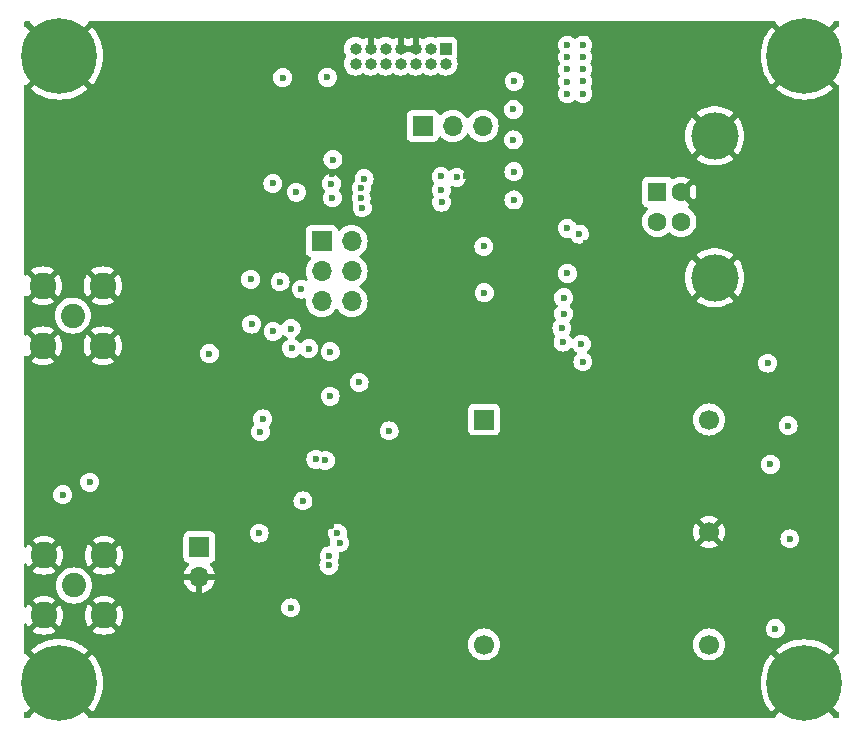
<source format=gbr>
%TF.GenerationSoftware,KiCad,Pcbnew,8.0.0*%
%TF.CreationDate,2024-06-03T00:37:32+08:00*%
%TF.ProjectId,CattusGPSDOv1,43617474-7573-4475-9053-444f76312e6b,rev?*%
%TF.SameCoordinates,Original*%
%TF.FileFunction,Copper,L2,Inr*%
%TF.FilePolarity,Positive*%
%FSLAX46Y46*%
G04 Gerber Fmt 4.6, Leading zero omitted, Abs format (unit mm)*
G04 Created by KiCad (PCBNEW 8.0.0) date 2024-06-03 00:37:32*
%MOMM*%
%LPD*%
G01*
G04 APERTURE LIST*
%TA.AperFunction,ComponentPad*%
%ADD10R,1.700000X1.700000*%
%TD*%
%TA.AperFunction,ComponentPad*%
%ADD11O,1.700000X1.700000*%
%TD*%
%TA.AperFunction,ComponentPad*%
%ADD12R,1.600000X1.600000*%
%TD*%
%TA.AperFunction,ComponentPad*%
%ADD13C,1.600000*%
%TD*%
%TA.AperFunction,ComponentPad*%
%ADD14C,4.000000*%
%TD*%
%TA.AperFunction,ComponentPad*%
%ADD15C,2.050000*%
%TD*%
%TA.AperFunction,ComponentPad*%
%ADD16C,2.250000*%
%TD*%
%TA.AperFunction,ComponentPad*%
%ADD17C,0.800000*%
%TD*%
%TA.AperFunction,ComponentPad*%
%ADD18C,6.400000*%
%TD*%
%TA.AperFunction,ComponentPad*%
%ADD19C,1.700000*%
%TD*%
%TA.AperFunction,ComponentPad*%
%ADD20R,1.000000X1.000000*%
%TD*%
%TA.AperFunction,ComponentPad*%
%ADD21O,1.000000X1.000000*%
%TD*%
%TA.AperFunction,ViaPad*%
%ADD22C,0.600000*%
%TD*%
G04 APERTURE END LIST*
D10*
%TO.N,/GNSS_RX*%
%TO.C,J5*%
X139885000Y-87525000D03*
D11*
%TO.N,/GNSS_TX*%
X142425000Y-87525000D03*
%TO.N,/VCP_TRX*%
X139885000Y-90065000D03*
%TO.N,/VCP_TTX*%
X142425000Y-90065000D03*
%TO.N,/CONFIG_RX*%
X139885000Y-92605000D03*
%TO.N,/CONFIG_TX*%
X142425000Y-92605000D03*
%TD*%
D12*
%TO.N,Net-(J6-VBUS)*%
%TO.C,J6*%
X168312500Y-83370000D03*
D13*
%TO.N,/UD_N*%
X168312500Y-85870000D03*
%TO.N,/UD_P*%
X170312500Y-85870000D03*
%TO.N,GND*%
X170312500Y-83370000D03*
D14*
X173172500Y-78620000D03*
X173172500Y-90620000D03*
%TD*%
D15*
%TO.N,Net-(J1-In)*%
%TO.C,J1*%
X118920000Y-116680000D03*
D16*
%TO.N,GND*%
X116380000Y-114140000D03*
X116380000Y-119220000D03*
X121460000Y-114140000D03*
X121460000Y-119220000D03*
%TD*%
D17*
%TO.N,GND*%
%TO.C,H2*%
X178360000Y-71840000D03*
X179062944Y-70142944D03*
X179062944Y-73537056D03*
X180760000Y-69440000D03*
D18*
X180760000Y-71840000D03*
D17*
X180760000Y-74240000D03*
X182457056Y-70142944D03*
X182457056Y-73537056D03*
X183160000Y-71840000D03*
%TD*%
D15*
%TO.N,Net-(D7-A2)*%
%TO.C,J2*%
X118810000Y-93830000D03*
D16*
%TO.N,GND*%
X116270000Y-91290000D03*
X116270000Y-96370000D03*
X121350000Y-91290000D03*
X121350000Y-96370000D03*
%TD*%
D17*
%TO.N,GND*%
%TO.C,H4*%
X178352944Y-124942944D03*
X179055888Y-123245888D03*
X179055888Y-126640000D03*
X180752944Y-122542944D03*
D18*
X180752944Y-124942944D03*
D17*
X180752944Y-127342944D03*
X182450000Y-123245888D03*
X182450000Y-126640000D03*
X183152944Y-124942944D03*
%TD*%
D10*
%TO.N,unconnected-(U1-Uref-Pad1)*%
%TO.C,U1*%
X153630000Y-102630000D03*
D19*
%TO.N,+5V*%
X153630000Y-121680000D03*
%TO.N,Net-(U1-RF)*%
X172680000Y-121680000D03*
%TO.N,GND*%
X172680000Y-112155000D03*
%TO.N,/OCXO_VC*%
X172680000Y-102630000D03*
%TD*%
D17*
%TO.N,GND*%
%TO.C,H1*%
X115272944Y-71842944D03*
X115975888Y-70145888D03*
X115975888Y-73540000D03*
X117672944Y-69442944D03*
D18*
X117672944Y-71842944D03*
D17*
X117672944Y-74242944D03*
X119370000Y-70145888D03*
X119370000Y-73540000D03*
X120072944Y-71842944D03*
%TD*%
D10*
%TO.N,/EEPROM_SDA*%
%TO.C,J7*%
X148440000Y-77770000D03*
D11*
%TO.N,/EEPROM_SCL*%
X150980000Y-77770000D03*
%TO.N,/EEPROM_WC*%
X153520000Y-77770000D03*
%TD*%
D17*
%TO.N,GND*%
%TO.C,H3*%
X115272944Y-124932944D03*
X115975888Y-123235888D03*
X115975888Y-126630000D03*
X117672944Y-122532944D03*
D18*
X117672944Y-124932944D03*
D17*
X117672944Y-127332944D03*
X119370000Y-123235888D03*
X119370000Y-126630000D03*
X120072944Y-124932944D03*
%TD*%
D10*
%TO.N,Net-(J4-Pin_1)*%
%TO.C,J4*%
X129530000Y-113435000D03*
D11*
%TO.N,GND*%
X129530000Y-115975000D03*
%TD*%
D20*
%TO.N,unconnected-(J3-NC-Pad1)*%
%TO.C,J3*%
X150380000Y-71230000D03*
D21*
%TO.N,unconnected-(J3-NC-Pad2)*%
X150380000Y-72500000D03*
%TO.N,+3V3*%
X149110000Y-71230000D03*
%TO.N,/DEBUG_SWDIO*%
X149110000Y-72500000D03*
%TO.N,GND*%
X147840000Y-71230000D03*
%TO.N,/DEBUG_SWCLK*%
X147840000Y-72500000D03*
%TO.N,GND*%
X146570000Y-71230000D03*
%TO.N,unconnected-(J3-JTDO{slash}SWO-Pad8)*%
X146570000Y-72500000D03*
%TO.N,unconnected-(J3-JRCLK{slash}NC-Pad9)*%
X145300000Y-71230000D03*
%TO.N,unconnected-(J3-JTDI{slash}NC-Pad10)*%
X145300000Y-72500000D03*
%TO.N,GND*%
X144030000Y-71230000D03*
%TO.N,/MCU_RESET*%
X144030000Y-72500000D03*
%TO.N,/VCP_TRX*%
X142760000Y-71230000D03*
%TO.N,/VCP_TTX*%
X142760000Y-72500000D03*
%TD*%
D22*
%TO.N,GND*%
X131300000Y-97900000D03*
X167850000Y-111190000D03*
X169260000Y-121790000D03*
X143670000Y-115370000D03*
X122190000Y-104200000D03*
X144640000Y-74140000D03*
X153770000Y-90300000D03*
X131100000Y-78360000D03*
X146570000Y-94520000D03*
X134760000Y-78970000D03*
X136860000Y-78510000D03*
X162230000Y-87710000D03*
X168390000Y-77290000D03*
X147870000Y-107850000D03*
X166030000Y-106690000D03*
X143692050Y-114492050D03*
X126360000Y-114330000D03*
X143690000Y-109570000D03*
X170660000Y-96530000D03*
X124650000Y-111670000D03*
X148970000Y-116160000D03*
X172220000Y-106690000D03*
X152130000Y-83280000D03*
X153620000Y-86410000D03*
X122020000Y-88570000D03*
X136050000Y-85990000D03*
X131450000Y-86650000D03*
X147000000Y-104810000D03*
X143700000Y-103910000D03*
X165760000Y-118060000D03*
X129450000Y-92890000D03*
X177710000Y-76190000D03*
X155520000Y-110600000D03*
X161210000Y-113150000D03*
X124330000Y-99490000D03*
X128250000Y-89200000D03*
X126450000Y-91990000D03*
X155610000Y-105820000D03*
X133240000Y-110350000D03*
X134980000Y-90920000D03*
X160930000Y-106550000D03*
X176210000Y-84110000D03*
X154730000Y-71790000D03*
X121540000Y-75180000D03*
X138780000Y-123860000D03*
X140940000Y-102480000D03*
X131770000Y-119390000D03*
X116020000Y-111720000D03*
X134560000Y-117310000D03*
X133050000Y-105900000D03*
X161480000Y-123340000D03*
X124960000Y-76580000D03*
X150400000Y-75410000D03*
X174444343Y-117741680D03*
X121640000Y-111680000D03*
X152120000Y-81980000D03*
X163470000Y-100300000D03*
X138420000Y-74820000D03*
X152130000Y-84540000D03*
X153110000Y-75410000D03*
X140710000Y-111630000D03*
X130900000Y-107750000D03*
X160840000Y-100030000D03*
X131350000Y-74380000D03*
X138510000Y-120470000D03*
X134870000Y-109269412D03*
X118950000Y-100950000D03*
X140780000Y-81860000D03*
X179570000Y-114350000D03*
X134540000Y-115570000D03*
X179260000Y-87570000D03*
X123620000Y-113460000D03*
X142610000Y-74580000D03*
X120230000Y-104200000D03*
X134535000Y-113890000D03*
X148730000Y-114640000D03*
X139960000Y-109430000D03*
X128250000Y-82260000D03*
X133410000Y-71260000D03*
X152330000Y-71770000D03*
X143080000Y-97945000D03*
X131050000Y-104120000D03*
X175260000Y-95620000D03*
X155520000Y-118150000D03*
X118840000Y-111660000D03*
X179760000Y-82200000D03*
X155380000Y-123560000D03*
X152140000Y-80720000D03*
X126920000Y-73990000D03*
X164200000Y-77010000D03*
X140740000Y-78290000D03*
X121300000Y-81550000D03*
X173300000Y-86380000D03*
X165480000Y-92190000D03*
X161430000Y-118560000D03*
X143170000Y-80020000D03*
X126130000Y-96450000D03*
%TO.N,+5V*%
X156120000Y-76380000D03*
X156160000Y-81650000D03*
X156160000Y-84040000D03*
X135770000Y-95170000D03*
X156120000Y-78960000D03*
X145600000Y-103590000D03*
X137260000Y-118570000D03*
X156180000Y-73990000D03*
X143060000Y-99495000D03*
X137289365Y-94927894D03*
%TO.N,+3V3*%
X160320000Y-96080000D03*
X178300000Y-120340000D03*
X135755000Y-82645821D03*
X150030000Y-84230735D03*
X140840000Y-80620000D03*
X134890000Y-102570000D03*
X134585000Y-112250000D03*
X161990000Y-74007500D03*
X160380000Y-93660000D03*
X153620000Y-87980000D03*
X161990000Y-72980000D03*
X160690000Y-72985000D03*
X161990000Y-71952500D03*
X160690000Y-75040000D03*
X160690000Y-90260000D03*
X160380000Y-92310000D03*
X137340000Y-96600000D03*
X160690000Y-70930000D03*
X161990000Y-75035000D03*
X130380000Y-97050000D03*
X160690000Y-86440000D03*
X160690000Y-71957500D03*
X179380000Y-103140000D03*
X179520000Y-112740000D03*
X160220000Y-94910000D03*
X133960000Y-94550000D03*
X138790000Y-96620000D03*
X161990000Y-70925000D03*
X138300000Y-109520000D03*
X160690000Y-74012500D03*
X134702500Y-103672500D03*
%TO.N,/GNSS_TX*%
X140620000Y-96890000D03*
X138170000Y-91590000D03*
%TO.N,/GNSS_RX*%
X139395000Y-106010000D03*
%TO.N,Net-(Q1-D)*%
X120240000Y-107950000D03*
X117960000Y-109000000D03*
%TO.N,Net-(Q3-G)*%
X153660000Y-91890000D03*
X161705000Y-86925000D03*
%TO.N,Net-(U3-TXD)*%
X140600000Y-100670000D03*
X140190735Y-106092521D03*
%TO.N,/MCU_RESET*%
X140707571Y-82656717D03*
%TO.N,/EEPROM_SDA*%
X151320000Y-82120000D03*
X161870000Y-96250000D03*
%TO.N,/EEPROM_WC*%
X150020000Y-83220000D03*
%TO.N,/EEPROM_SCL*%
X162000000Y-97750000D03*
X150000000Y-82050000D03*
%TO.N,Net-(D5-K)*%
X136580000Y-73680000D03*
X177650000Y-97860000D03*
%TO.N,Net-(D6-K)*%
X140370000Y-73660000D03*
X177880000Y-106430000D03*
%TO.N,/ADF_MISO*%
X143229446Y-83905139D03*
X140505350Y-114978825D03*
%TO.N,/5V_SENSE*%
X140800000Y-83850000D03*
X136370000Y-90980000D03*
%TO.N,/3V3_SENSE*%
X133870000Y-90770000D03*
X137740000Y-83390000D03*
%TO.N,/ADF_SCK*%
X141219507Y-112246771D03*
X143320000Y-84700000D03*
%TO.N,/ADF_LE*%
X140527216Y-114179627D03*
X143480000Y-82230000D03*
%TO.N,/ADF_MOSI*%
X141400000Y-113060000D03*
X143236594Y-83050063D03*
%TD*%
%TA.AperFunction,Conductor*%
%TO.N,GND*%
G36*
X116452532Y-125975274D02*
G01*
X116630614Y-126153356D01*
X116732244Y-126227195D01*
X115237592Y-127721847D01*
X115239540Y-127759012D01*
X115223390Y-127826989D01*
X115173053Y-127875445D01*
X115115710Y-127889500D01*
X114814500Y-127889500D01*
X114747461Y-127869815D01*
X114701706Y-127817011D01*
X114690500Y-127765500D01*
X114690500Y-127479458D01*
X114710185Y-127412419D01*
X114762989Y-127366664D01*
X114832147Y-127356720D01*
X114854049Y-127366722D01*
X114884040Y-127368294D01*
X116378692Y-125873642D01*
X116452532Y-125975274D01*
G37*
%TD.AperFunction*%
%TA.AperFunction,Conductor*%
G36*
X178269436Y-68910185D02*
G01*
X178315191Y-68962989D01*
X178326227Y-69020991D01*
X178324648Y-69051096D01*
X179819301Y-70545748D01*
X179717670Y-70619588D01*
X179539588Y-70797670D01*
X179465748Y-70899300D01*
X177971096Y-69404648D01*
X177971095Y-69404648D01*
X177762531Y-69662206D01*
X177551310Y-69987456D01*
X177375244Y-70333005D01*
X177236262Y-70695063D01*
X177135887Y-71069669D01*
X177135886Y-71069676D01*
X177075219Y-71452712D01*
X177054922Y-71839999D01*
X177054922Y-71840000D01*
X177075219Y-72227287D01*
X177135886Y-72610323D01*
X177135887Y-72610330D01*
X177236262Y-72984936D01*
X177375244Y-73346994D01*
X177551310Y-73692543D01*
X177762531Y-74017793D01*
X177971095Y-74275350D01*
X177971096Y-74275350D01*
X179465748Y-72780698D01*
X179539588Y-72882330D01*
X179717670Y-73060412D01*
X179819300Y-73134251D01*
X178324648Y-74628903D01*
X178324649Y-74628904D01*
X178582206Y-74837468D01*
X178907456Y-75048689D01*
X179253005Y-75224755D01*
X179615063Y-75363737D01*
X179989669Y-75464112D01*
X179989676Y-75464113D01*
X180372712Y-75524780D01*
X180759999Y-75545078D01*
X180760001Y-75545078D01*
X181147287Y-75524780D01*
X181530323Y-75464113D01*
X181530330Y-75464112D01*
X181904936Y-75363737D01*
X182266994Y-75224755D01*
X182612543Y-75048689D01*
X182937783Y-74837476D01*
X182937785Y-74837475D01*
X183195349Y-74628902D01*
X181700698Y-73134251D01*
X181802330Y-73060412D01*
X181980412Y-72882330D01*
X182054251Y-72780698D01*
X183548902Y-74275349D01*
X183579011Y-74273772D01*
X183646988Y-74289921D01*
X183695444Y-74340258D01*
X183709500Y-74397602D01*
X183709500Y-122385710D01*
X183689815Y-122452749D01*
X183637011Y-122498504D01*
X183579012Y-122509540D01*
X183541847Y-122507592D01*
X182047195Y-124002244D01*
X181973356Y-123900614D01*
X181795274Y-123722532D01*
X181693642Y-123648692D01*
X183188294Y-122154040D01*
X183188294Y-122154039D01*
X182930737Y-121945475D01*
X182605487Y-121734254D01*
X182259938Y-121558188D01*
X181897880Y-121419206D01*
X181523274Y-121318831D01*
X181523267Y-121318830D01*
X181140231Y-121258163D01*
X180752945Y-121237866D01*
X180752943Y-121237866D01*
X180365656Y-121258163D01*
X179982620Y-121318830D01*
X179982613Y-121318831D01*
X179608007Y-121419206D01*
X179245949Y-121558188D01*
X178900400Y-121734254D01*
X178575150Y-121945475D01*
X178317592Y-122154039D01*
X178317592Y-122154040D01*
X179812245Y-123648692D01*
X179710614Y-123722532D01*
X179532532Y-123900614D01*
X179458692Y-124002244D01*
X177964040Y-122507592D01*
X177964039Y-122507592D01*
X177755475Y-122765150D01*
X177544254Y-123090400D01*
X177368188Y-123435949D01*
X177229206Y-123798007D01*
X177128831Y-124172613D01*
X177128830Y-124172620D01*
X177068163Y-124555656D01*
X177047866Y-124942943D01*
X177047866Y-124942944D01*
X177068163Y-125330231D01*
X177128830Y-125713267D01*
X177128831Y-125713274D01*
X177229206Y-126087880D01*
X177368188Y-126449938D01*
X177544254Y-126795487D01*
X177755475Y-127120737D01*
X177964039Y-127378294D01*
X177964040Y-127378294D01*
X179458692Y-125883642D01*
X179532532Y-125985274D01*
X179710614Y-126163356D01*
X179812244Y-126237195D01*
X178317592Y-127731847D01*
X178319016Y-127759012D01*
X178302866Y-127826989D01*
X178252529Y-127875445D01*
X178195186Y-127889500D01*
X120230177Y-127889500D01*
X120163138Y-127869815D01*
X120117383Y-127817011D01*
X120106347Y-127759012D01*
X120108294Y-127721847D01*
X118613642Y-126227195D01*
X118715274Y-126153356D01*
X118893356Y-125975274D01*
X118967195Y-125873642D01*
X120461846Y-127368293D01*
X120670419Y-127110729D01*
X120670420Y-127110727D01*
X120881633Y-126785487D01*
X121057699Y-126439938D01*
X121196681Y-126077880D01*
X121297056Y-125703274D01*
X121297057Y-125703267D01*
X121357724Y-125320231D01*
X121378022Y-124932944D01*
X121378022Y-124932943D01*
X121357724Y-124545656D01*
X121297057Y-124162620D01*
X121297056Y-124162613D01*
X121196681Y-123788007D01*
X121057699Y-123425949D01*
X120881633Y-123080400D01*
X120670412Y-122755150D01*
X120461848Y-122497593D01*
X120461847Y-122497592D01*
X118967195Y-123992244D01*
X118893356Y-123890614D01*
X118715274Y-123712532D01*
X118613642Y-123638692D01*
X120108294Y-122144040D01*
X120108294Y-122144039D01*
X119850737Y-121935475D01*
X119525487Y-121724254D01*
X119438634Y-121680000D01*
X152274341Y-121680000D01*
X152294936Y-121915403D01*
X152294938Y-121915413D01*
X152356094Y-122143655D01*
X152356096Y-122143659D01*
X152356097Y-122143663D01*
X152360936Y-122154040D01*
X152455965Y-122357830D01*
X152455967Y-122357834D01*
X152491199Y-122408150D01*
X152591505Y-122551401D01*
X152758599Y-122718495D01*
X152810948Y-122755150D01*
X152952165Y-122854032D01*
X152952167Y-122854033D01*
X152952170Y-122854035D01*
X153166337Y-122953903D01*
X153394592Y-123015063D01*
X153582918Y-123031539D01*
X153629999Y-123035659D01*
X153630000Y-123035659D01*
X153630001Y-123035659D01*
X153669234Y-123032226D01*
X153865408Y-123015063D01*
X154093663Y-122953903D01*
X154307830Y-122854035D01*
X154501401Y-122718495D01*
X154668495Y-122551401D01*
X154804035Y-122357830D01*
X154903903Y-122143663D01*
X154965063Y-121915408D01*
X154985659Y-121680000D01*
X171324341Y-121680000D01*
X171344936Y-121915403D01*
X171344938Y-121915413D01*
X171406094Y-122143655D01*
X171406096Y-122143659D01*
X171406097Y-122143663D01*
X171410936Y-122154040D01*
X171505965Y-122357830D01*
X171505967Y-122357834D01*
X171541199Y-122408150D01*
X171641505Y-122551401D01*
X171808599Y-122718495D01*
X171860948Y-122755150D01*
X172002165Y-122854032D01*
X172002167Y-122854033D01*
X172002170Y-122854035D01*
X172216337Y-122953903D01*
X172444592Y-123015063D01*
X172632918Y-123031539D01*
X172679999Y-123035659D01*
X172680000Y-123035659D01*
X172680001Y-123035659D01*
X172719234Y-123032226D01*
X172915408Y-123015063D01*
X173143663Y-122953903D01*
X173357830Y-122854035D01*
X173551401Y-122718495D01*
X173718495Y-122551401D01*
X173854035Y-122357830D01*
X173953903Y-122143663D01*
X174015063Y-121915408D01*
X174035659Y-121680000D01*
X174015063Y-121444592D01*
X173953903Y-121216337D01*
X173854035Y-121002171D01*
X173831380Y-120969815D01*
X173718494Y-120808597D01*
X173551402Y-120641506D01*
X173551395Y-120641501D01*
X173357834Y-120505967D01*
X173357830Y-120505965D01*
X173357828Y-120505964D01*
X173143663Y-120406097D01*
X173143659Y-120406096D01*
X173143655Y-120406094D01*
X172915413Y-120344938D01*
X172915403Y-120344936D01*
X172859019Y-120340003D01*
X177494435Y-120340003D01*
X177514630Y-120519249D01*
X177514631Y-120519254D01*
X177574211Y-120689523D01*
X177624934Y-120770247D01*
X177670184Y-120842262D01*
X177797738Y-120969816D01*
X177950478Y-121065789D01*
X178120745Y-121125368D01*
X178120750Y-121125369D01*
X178299996Y-121145565D01*
X178300000Y-121145565D01*
X178300004Y-121145565D01*
X178479249Y-121125369D01*
X178479252Y-121125368D01*
X178479255Y-121125368D01*
X178649522Y-121065789D01*
X178802262Y-120969816D01*
X178929816Y-120842262D01*
X179025789Y-120689522D01*
X179085368Y-120519255D01*
X179085369Y-120519249D01*
X179105565Y-120340003D01*
X179105565Y-120339996D01*
X179085369Y-120160750D01*
X179085368Y-120160745D01*
X179025788Y-119990476D01*
X178961504Y-119888169D01*
X178929816Y-119837738D01*
X178802262Y-119710184D01*
X178649523Y-119614211D01*
X178479254Y-119554631D01*
X178479249Y-119554630D01*
X178300004Y-119534435D01*
X178299996Y-119534435D01*
X178120750Y-119554630D01*
X178120745Y-119554631D01*
X177950476Y-119614211D01*
X177797737Y-119710184D01*
X177670184Y-119837737D01*
X177574211Y-119990476D01*
X177514631Y-120160745D01*
X177514630Y-120160750D01*
X177494435Y-120339996D01*
X177494435Y-120340003D01*
X172859019Y-120340003D01*
X172680001Y-120324341D01*
X172679999Y-120324341D01*
X172444596Y-120344936D01*
X172444586Y-120344938D01*
X172216344Y-120406094D01*
X172216335Y-120406098D01*
X172002171Y-120505964D01*
X172002169Y-120505965D01*
X171808597Y-120641505D01*
X171641505Y-120808597D01*
X171505965Y-121002169D01*
X171505964Y-121002171D01*
X171406098Y-121216335D01*
X171406094Y-121216344D01*
X171344938Y-121444586D01*
X171344936Y-121444596D01*
X171324341Y-121679999D01*
X171324341Y-121680000D01*
X154985659Y-121680000D01*
X154965063Y-121444592D01*
X154903903Y-121216337D01*
X154804035Y-121002171D01*
X154781380Y-120969815D01*
X154668494Y-120808597D01*
X154501402Y-120641506D01*
X154501395Y-120641501D01*
X154307834Y-120505967D01*
X154307830Y-120505965D01*
X154307828Y-120505964D01*
X154093663Y-120406097D01*
X154093659Y-120406096D01*
X154093655Y-120406094D01*
X153865413Y-120344938D01*
X153865403Y-120344936D01*
X153630001Y-120324341D01*
X153629999Y-120324341D01*
X153394596Y-120344936D01*
X153394586Y-120344938D01*
X153166344Y-120406094D01*
X153166335Y-120406098D01*
X152952171Y-120505964D01*
X152952169Y-120505965D01*
X152758597Y-120641505D01*
X152591505Y-120808597D01*
X152455965Y-121002169D01*
X152455964Y-121002171D01*
X152356098Y-121216335D01*
X152356094Y-121216344D01*
X152294938Y-121444586D01*
X152294936Y-121444596D01*
X152274341Y-121679999D01*
X152274341Y-121680000D01*
X119438634Y-121680000D01*
X119179938Y-121548188D01*
X118817880Y-121409206D01*
X118443274Y-121308831D01*
X118443267Y-121308830D01*
X118060231Y-121248163D01*
X117672945Y-121227866D01*
X117672943Y-121227866D01*
X117285656Y-121248163D01*
X116902620Y-121308830D01*
X116902613Y-121308831D01*
X116528007Y-121409206D01*
X116165949Y-121548188D01*
X115820400Y-121724254D01*
X115495150Y-121935475D01*
X115237592Y-122144039D01*
X115237592Y-122144040D01*
X116732245Y-123638692D01*
X116630614Y-123712532D01*
X116452532Y-123890614D01*
X116378692Y-123992244D01*
X114884040Y-122497592D01*
X114861172Y-122498790D01*
X114853375Y-122504177D01*
X114783544Y-122506502D01*
X114723541Y-122470704D01*
X114692417Y-122408150D01*
X114690500Y-122386428D01*
X114690500Y-120010907D01*
X114710185Y-119943868D01*
X114762989Y-119898113D01*
X114832147Y-119888169D01*
X114895703Y-119917194D01*
X114923974Y-119956410D01*
X114925423Y-119955672D01*
X114927636Y-119960015D01*
X115061277Y-120178098D01*
X115061284Y-120178107D01*
X115064533Y-120181912D01*
X115625884Y-119620560D01*
X115626740Y-119622626D01*
X115719762Y-119761844D01*
X115838156Y-119880238D01*
X115977374Y-119973260D01*
X115979437Y-119974114D01*
X115418087Y-120535465D01*
X115421897Y-120538719D01*
X115639984Y-120672363D01*
X115639987Y-120672365D01*
X115876297Y-120770247D01*
X116125011Y-120829957D01*
X116125010Y-120829957D01*
X116380000Y-120850024D01*
X116634989Y-120829957D01*
X116883702Y-120770247D01*
X117120012Y-120672365D01*
X117120015Y-120672363D01*
X117338095Y-120538724D01*
X117338110Y-120538713D01*
X117341911Y-120535466D01*
X117341911Y-120535464D01*
X116780562Y-119974114D01*
X116782626Y-119973260D01*
X116921844Y-119880238D01*
X117040238Y-119761844D01*
X117133260Y-119622626D01*
X117134114Y-119620561D01*
X117695464Y-120181911D01*
X117695466Y-120181911D01*
X117698713Y-120178110D01*
X117698724Y-120178095D01*
X117832363Y-119960015D01*
X117832365Y-119960012D01*
X117930247Y-119723702D01*
X117989957Y-119474989D01*
X118010024Y-119220000D01*
X119829975Y-119220000D01*
X119850042Y-119474989D01*
X119909752Y-119723702D01*
X120007634Y-119960012D01*
X120007636Y-119960015D01*
X120141277Y-120178098D01*
X120141284Y-120178107D01*
X120144533Y-120181912D01*
X120705884Y-119620560D01*
X120706740Y-119622626D01*
X120799762Y-119761844D01*
X120918156Y-119880238D01*
X121057374Y-119973260D01*
X121059437Y-119974114D01*
X120498087Y-120535465D01*
X120501897Y-120538719D01*
X120719984Y-120672363D01*
X120719987Y-120672365D01*
X120956297Y-120770247D01*
X121205011Y-120829957D01*
X121205010Y-120829957D01*
X121460000Y-120850024D01*
X121714989Y-120829957D01*
X121963702Y-120770247D01*
X122200012Y-120672365D01*
X122200015Y-120672363D01*
X122418095Y-120538724D01*
X122418110Y-120538713D01*
X122421911Y-120535466D01*
X122421911Y-120535464D01*
X121860562Y-119974114D01*
X121862626Y-119973260D01*
X122001844Y-119880238D01*
X122120238Y-119761844D01*
X122213260Y-119622626D01*
X122214114Y-119620561D01*
X122775464Y-120181911D01*
X122775466Y-120181911D01*
X122778713Y-120178110D01*
X122778724Y-120178095D01*
X122912363Y-119960015D01*
X122912365Y-119960012D01*
X123010247Y-119723702D01*
X123069957Y-119474989D01*
X123090024Y-119220000D01*
X123069957Y-118965010D01*
X123010247Y-118716297D01*
X122949651Y-118570003D01*
X136454435Y-118570003D01*
X136474630Y-118749249D01*
X136474631Y-118749254D01*
X136534211Y-118919523D01*
X136562793Y-118965010D01*
X136630184Y-119072262D01*
X136757738Y-119199816D01*
X136910478Y-119295789D01*
X137080745Y-119355368D01*
X137080750Y-119355369D01*
X137259996Y-119375565D01*
X137260000Y-119375565D01*
X137260004Y-119375565D01*
X137439249Y-119355369D01*
X137439252Y-119355368D01*
X137439255Y-119355368D01*
X137609522Y-119295789D01*
X137762262Y-119199816D01*
X137889816Y-119072262D01*
X137985789Y-118919522D01*
X138045368Y-118749255D01*
X138045369Y-118749249D01*
X138065565Y-118570003D01*
X138065565Y-118569996D01*
X138045369Y-118390750D01*
X138045368Y-118390745D01*
X137998949Y-118258087D01*
X137985789Y-118220478D01*
X137889816Y-118067738D01*
X137762262Y-117940184D01*
X137609523Y-117844211D01*
X137439254Y-117784631D01*
X137439249Y-117784630D01*
X137260004Y-117764435D01*
X137259996Y-117764435D01*
X137080750Y-117784630D01*
X137080745Y-117784631D01*
X136910476Y-117844211D01*
X136757737Y-117940184D01*
X136630184Y-118067737D01*
X136534211Y-118220476D01*
X136474631Y-118390745D01*
X136474630Y-118390750D01*
X136454435Y-118569996D01*
X136454435Y-118570003D01*
X122949651Y-118570003D01*
X122912365Y-118479987D01*
X122912363Y-118479984D01*
X122778719Y-118261897D01*
X122775465Y-118258087D01*
X122214114Y-118819437D01*
X122213260Y-118817374D01*
X122120238Y-118678156D01*
X122001844Y-118559762D01*
X121862626Y-118466740D01*
X121860561Y-118465884D01*
X122421912Y-117904533D01*
X122418107Y-117901284D01*
X122418098Y-117901277D01*
X122200015Y-117767636D01*
X122200012Y-117767634D01*
X121963702Y-117669752D01*
X121714988Y-117610042D01*
X121714989Y-117610042D01*
X121460000Y-117589975D01*
X121205010Y-117610042D01*
X120956297Y-117669752D01*
X120719987Y-117767634D01*
X120719984Y-117767636D01*
X120501893Y-117901282D01*
X120498086Y-117904532D01*
X121059438Y-118465884D01*
X121057374Y-118466740D01*
X120918156Y-118559762D01*
X120799762Y-118678156D01*
X120706740Y-118817374D01*
X120705884Y-118819438D01*
X120144532Y-118258086D01*
X120141282Y-118261893D01*
X120007636Y-118479984D01*
X120007634Y-118479987D01*
X119909752Y-118716297D01*
X119850042Y-118965010D01*
X119829975Y-119220000D01*
X118010024Y-119220000D01*
X117989957Y-118965010D01*
X117930247Y-118716297D01*
X117832365Y-118479987D01*
X117832363Y-118479984D01*
X117698719Y-118261897D01*
X117695465Y-118258087D01*
X117134114Y-118819437D01*
X117133260Y-118817374D01*
X117040238Y-118678156D01*
X116921844Y-118559762D01*
X116782626Y-118466740D01*
X116780561Y-118465884D01*
X117341912Y-117904533D01*
X117338107Y-117901284D01*
X117338098Y-117901277D01*
X117120015Y-117767636D01*
X117120012Y-117767634D01*
X116883702Y-117669752D01*
X116634988Y-117610042D01*
X116634989Y-117610042D01*
X116380000Y-117589975D01*
X116125010Y-117610042D01*
X115876297Y-117669752D01*
X115639987Y-117767634D01*
X115639984Y-117767636D01*
X115421893Y-117901282D01*
X115418086Y-117904532D01*
X115979438Y-118465884D01*
X115977374Y-118466740D01*
X115838156Y-118559762D01*
X115719762Y-118678156D01*
X115626740Y-118817374D01*
X115625884Y-118819438D01*
X115064532Y-118258086D01*
X115061282Y-118261893D01*
X114927636Y-118479984D01*
X114925423Y-118484328D01*
X114923557Y-118483377D01*
X114885211Y-118530954D01*
X114818915Y-118553013D01*
X114751217Y-118535728D01*
X114703611Y-118484587D01*
X114690500Y-118429092D01*
X114690500Y-116680000D01*
X117389783Y-116680000D01*
X117408623Y-116919382D01*
X117464674Y-117152853D01*
X117464678Y-117152865D01*
X117556565Y-117374702D01*
X117682026Y-117579436D01*
X117682028Y-117579439D01*
X117837973Y-117762027D01*
X118020561Y-117917972D01*
X118020563Y-117917973D01*
X118225297Y-118043434D01*
X118283973Y-118067738D01*
X118447137Y-118135323D01*
X118680621Y-118191377D01*
X118920000Y-118210217D01*
X119159379Y-118191377D01*
X119392863Y-118135323D01*
X119614704Y-118043433D01*
X119819439Y-117917972D01*
X120002027Y-117762027D01*
X120157972Y-117579439D01*
X120283433Y-117374704D01*
X120375323Y-117152863D01*
X120431377Y-116919379D01*
X120450217Y-116680000D01*
X120431377Y-116440621D01*
X120375323Y-116207137D01*
X120323508Y-116082047D01*
X120283434Y-115985297D01*
X120157973Y-115780563D01*
X120157972Y-115780561D01*
X120002027Y-115597973D01*
X119819439Y-115442028D01*
X119819436Y-115442026D01*
X119614702Y-115316565D01*
X119392865Y-115224678D01*
X119392867Y-115224678D01*
X119392863Y-115224677D01*
X119392859Y-115224676D01*
X119392853Y-115224674D01*
X119159382Y-115168623D01*
X118920000Y-115149783D01*
X118680617Y-115168623D01*
X118447146Y-115224674D01*
X118447134Y-115224678D01*
X118225297Y-115316565D01*
X118020563Y-115442026D01*
X117837973Y-115597973D01*
X117682026Y-115780563D01*
X117556565Y-115985297D01*
X117464678Y-116207134D01*
X117464674Y-116207146D01*
X117408623Y-116440617D01*
X117389783Y-116680000D01*
X114690500Y-116680000D01*
X114690500Y-114930907D01*
X114710185Y-114863868D01*
X114762989Y-114818113D01*
X114832147Y-114808169D01*
X114895703Y-114837194D01*
X114923974Y-114876410D01*
X114925423Y-114875672D01*
X114927636Y-114880015D01*
X115061277Y-115098098D01*
X115061284Y-115098107D01*
X115064533Y-115101912D01*
X115625884Y-114540560D01*
X115626740Y-114542626D01*
X115719762Y-114681844D01*
X115838156Y-114800238D01*
X115977374Y-114893260D01*
X115979437Y-114894114D01*
X115418087Y-115455465D01*
X115421897Y-115458719D01*
X115639984Y-115592363D01*
X115639987Y-115592365D01*
X115876297Y-115690247D01*
X116125011Y-115749957D01*
X116125010Y-115749957D01*
X116380000Y-115770024D01*
X116634989Y-115749957D01*
X116883702Y-115690247D01*
X117120012Y-115592365D01*
X117120015Y-115592363D01*
X117338095Y-115458724D01*
X117338110Y-115458713D01*
X117341911Y-115455466D01*
X117341911Y-115455464D01*
X116780562Y-114894114D01*
X116782626Y-114893260D01*
X116921844Y-114800238D01*
X117040238Y-114681844D01*
X117133260Y-114542626D01*
X117134114Y-114540561D01*
X117695464Y-115101911D01*
X117695466Y-115101911D01*
X117698713Y-115098110D01*
X117698724Y-115098095D01*
X117832363Y-114880015D01*
X117832365Y-114880012D01*
X117930247Y-114643702D01*
X117989957Y-114394989D01*
X118010024Y-114140000D01*
X119829975Y-114140000D01*
X119850042Y-114394989D01*
X119909752Y-114643702D01*
X120007634Y-114880012D01*
X120007636Y-114880015D01*
X120141277Y-115098098D01*
X120141284Y-115098107D01*
X120144533Y-115101912D01*
X120705884Y-114540560D01*
X120706740Y-114542626D01*
X120799762Y-114681844D01*
X120918156Y-114800238D01*
X121057374Y-114893260D01*
X121059437Y-114894114D01*
X120498087Y-115455465D01*
X120501897Y-115458719D01*
X120719984Y-115592363D01*
X120719987Y-115592365D01*
X120956297Y-115690247D01*
X121205011Y-115749957D01*
X121205010Y-115749957D01*
X121460000Y-115770024D01*
X121714989Y-115749957D01*
X121963702Y-115690247D01*
X122200012Y-115592365D01*
X122200015Y-115592363D01*
X122418095Y-115458724D01*
X122418110Y-115458713D01*
X122421911Y-115455466D01*
X122421911Y-115455464D01*
X121860562Y-114894114D01*
X121862626Y-114893260D01*
X122001844Y-114800238D01*
X122120238Y-114681844D01*
X122213260Y-114542626D01*
X122214114Y-114540561D01*
X122775464Y-115101911D01*
X122775466Y-115101911D01*
X122778713Y-115098110D01*
X122778724Y-115098095D01*
X122912363Y-114880015D01*
X122912365Y-114880012D01*
X123010247Y-114643702D01*
X123069957Y-114394989D01*
X123074846Y-114332870D01*
X128179500Y-114332870D01*
X128179501Y-114332876D01*
X128185908Y-114392483D01*
X128236202Y-114527328D01*
X128236206Y-114527335D01*
X128322452Y-114642544D01*
X128322455Y-114642547D01*
X128437664Y-114728793D01*
X128437671Y-114728797D01*
X128437674Y-114728798D01*
X128569598Y-114778002D01*
X128625531Y-114819873D01*
X128649949Y-114885337D01*
X128635098Y-114953610D01*
X128613947Y-114981865D01*
X128491886Y-115103926D01*
X128356400Y-115297420D01*
X128356399Y-115297422D01*
X128256570Y-115511507D01*
X128256567Y-115511513D01*
X128199364Y-115724999D01*
X128199364Y-115725000D01*
X129096988Y-115725000D01*
X129064075Y-115782007D01*
X129030000Y-115909174D01*
X129030000Y-116040826D01*
X129064075Y-116167993D01*
X129096988Y-116225000D01*
X128199364Y-116225000D01*
X128256567Y-116438486D01*
X128256570Y-116438492D01*
X128356399Y-116652578D01*
X128491894Y-116846082D01*
X128658917Y-117013105D01*
X128852421Y-117148600D01*
X129066507Y-117248429D01*
X129066516Y-117248433D01*
X129280000Y-117305634D01*
X129280000Y-116408012D01*
X129337007Y-116440925D01*
X129464174Y-116475000D01*
X129595826Y-116475000D01*
X129722993Y-116440925D01*
X129780000Y-116408012D01*
X129780000Y-117305633D01*
X129993483Y-117248433D01*
X129993492Y-117248429D01*
X130207578Y-117148600D01*
X130401082Y-117013105D01*
X130568105Y-116846082D01*
X130703600Y-116652578D01*
X130803429Y-116438492D01*
X130803432Y-116438486D01*
X130860636Y-116225000D01*
X129963012Y-116225000D01*
X129995925Y-116167993D01*
X130030000Y-116040826D01*
X130030000Y-115909174D01*
X129995925Y-115782007D01*
X129963012Y-115725000D01*
X130860636Y-115725000D01*
X130860635Y-115724999D01*
X130803432Y-115511513D01*
X130803429Y-115511507D01*
X130703600Y-115297422D01*
X130703599Y-115297420D01*
X130568113Y-115103926D01*
X130568108Y-115103920D01*
X130446053Y-114981865D01*
X130444395Y-114978828D01*
X139699785Y-114978828D01*
X139719980Y-115158074D01*
X139719981Y-115158079D01*
X139779561Y-115328348D01*
X139859434Y-115455464D01*
X139875534Y-115481087D01*
X140003088Y-115608641D01*
X140155828Y-115704614D01*
X140214088Y-115725000D01*
X140326095Y-115764193D01*
X140326100Y-115764194D01*
X140505346Y-115784390D01*
X140505350Y-115784390D01*
X140505354Y-115784390D01*
X140684599Y-115764194D01*
X140684602Y-115764193D01*
X140684605Y-115764193D01*
X140854872Y-115704614D01*
X141007612Y-115608641D01*
X141135166Y-115481087D01*
X141231139Y-115328347D01*
X141290718Y-115158080D01*
X141296820Y-115103926D01*
X141310915Y-114978828D01*
X141310915Y-114978821D01*
X141290719Y-114799575D01*
X141290716Y-114799562D01*
X141236173Y-114643689D01*
X141232611Y-114573910D01*
X141248222Y-114536760D01*
X141253005Y-114529149D01*
X141312584Y-114358882D01*
X141312585Y-114358876D01*
X141332781Y-114179630D01*
X141332781Y-114179623D01*
X141312565Y-114000200D01*
X141324619Y-113931379D01*
X141371969Y-113879999D01*
X141421900Y-113863097D01*
X141491990Y-113855200D01*
X141579249Y-113845369D01*
X141579252Y-113845368D01*
X141579255Y-113845368D01*
X141749522Y-113785789D01*
X141902262Y-113689816D01*
X142029816Y-113562262D01*
X142125789Y-113409522D01*
X142185368Y-113239255D01*
X142205565Y-113060000D01*
X142205065Y-113055565D01*
X142185369Y-112880750D01*
X142185368Y-112880745D01*
X142168514Y-112832578D01*
X142125789Y-112710478D01*
X142111436Y-112687636D01*
X142056071Y-112599523D01*
X142029816Y-112557738D01*
X142029815Y-112557737D01*
X142025475Y-112552295D01*
X142027211Y-112550910D01*
X141998807Y-112498891D01*
X142002931Y-112431579D01*
X142004875Y-112426026D01*
X142008880Y-112390478D01*
X142025072Y-112246774D01*
X142025072Y-112246767D01*
X142014733Y-112155001D01*
X171324843Y-112155001D01*
X171345430Y-112390315D01*
X171345432Y-112390326D01*
X171406566Y-112618483D01*
X171406570Y-112618492D01*
X171506400Y-112832579D01*
X171506402Y-112832583D01*
X171565072Y-112916373D01*
X171565073Y-112916373D01*
X172197037Y-112284409D01*
X172214075Y-112347993D01*
X172279901Y-112462007D01*
X172372993Y-112555099D01*
X172487007Y-112620925D01*
X172550590Y-112637962D01*
X171918625Y-113269925D01*
X172002421Y-113328599D01*
X172216507Y-113428429D01*
X172216516Y-113428433D01*
X172444673Y-113489567D01*
X172444684Y-113489569D01*
X172679998Y-113510157D01*
X172680002Y-113510157D01*
X172915315Y-113489569D01*
X172915326Y-113489567D01*
X173143483Y-113428433D01*
X173143492Y-113428429D01*
X173357578Y-113328600D01*
X173357582Y-113328598D01*
X173441373Y-113269926D01*
X173441373Y-113269925D01*
X172809409Y-112637962D01*
X172872993Y-112620925D01*
X172987007Y-112555099D01*
X173080099Y-112462007D01*
X173145925Y-112347993D01*
X173162962Y-112284409D01*
X173794925Y-112916373D01*
X173794926Y-112916373D01*
X173853598Y-112832582D01*
X173853600Y-112832578D01*
X173896768Y-112740003D01*
X178714435Y-112740003D01*
X178734630Y-112919249D01*
X178734631Y-112919254D01*
X178794211Y-113089523D01*
X178852254Y-113181897D01*
X178890184Y-113242262D01*
X179017738Y-113369816D01*
X179170478Y-113465789D01*
X179340745Y-113525368D01*
X179340750Y-113525369D01*
X179519996Y-113545565D01*
X179520000Y-113545565D01*
X179520004Y-113545565D01*
X179699249Y-113525369D01*
X179699252Y-113525368D01*
X179699255Y-113525368D01*
X179869522Y-113465789D01*
X180022262Y-113369816D01*
X180149816Y-113242262D01*
X180245789Y-113089522D01*
X180305368Y-112919255D01*
X180305693Y-112916373D01*
X180325565Y-112740003D01*
X180325565Y-112739996D01*
X180305369Y-112560750D01*
X180305368Y-112560745D01*
X180301927Y-112550910D01*
X180245789Y-112390478D01*
X180245693Y-112390326D01*
X180206582Y-112328080D01*
X180149816Y-112237738D01*
X180022262Y-112110184D01*
X179991586Y-112090909D01*
X179869523Y-112014211D01*
X179699254Y-111954631D01*
X179699249Y-111954630D01*
X179520004Y-111934435D01*
X179519996Y-111934435D01*
X179340750Y-111954630D01*
X179340745Y-111954631D01*
X179170476Y-112014211D01*
X179017737Y-112110184D01*
X178890184Y-112237737D01*
X178794211Y-112390476D01*
X178734631Y-112560745D01*
X178734630Y-112560750D01*
X178714435Y-112739996D01*
X178714435Y-112740003D01*
X173896768Y-112740003D01*
X173953429Y-112618492D01*
X173953433Y-112618483D01*
X174014567Y-112390326D01*
X174014569Y-112390315D01*
X174035157Y-112155001D01*
X174035157Y-112154998D01*
X174014569Y-111919684D01*
X174014567Y-111919673D01*
X173953433Y-111691516D01*
X173953429Y-111691507D01*
X173853600Y-111477423D01*
X173853599Y-111477421D01*
X173794925Y-111393626D01*
X173794925Y-111393625D01*
X173162962Y-112025589D01*
X173145925Y-111962007D01*
X173080099Y-111847993D01*
X172987007Y-111754901D01*
X172872993Y-111689075D01*
X172809410Y-111672037D01*
X173441373Y-111040073D01*
X173441373Y-111040072D01*
X173357583Y-110981402D01*
X173357579Y-110981400D01*
X173143492Y-110881570D01*
X173143483Y-110881566D01*
X172915326Y-110820432D01*
X172915315Y-110820430D01*
X172680002Y-110799843D01*
X172679998Y-110799843D01*
X172444684Y-110820430D01*
X172444673Y-110820432D01*
X172216516Y-110881566D01*
X172216507Y-110881570D01*
X172002419Y-110981401D01*
X171918625Y-111040072D01*
X172550590Y-111672037D01*
X172487007Y-111689075D01*
X172372993Y-111754901D01*
X172279901Y-111847993D01*
X172214075Y-111962007D01*
X172197037Y-112025590D01*
X171565072Y-111393625D01*
X171506401Y-111477419D01*
X171406570Y-111691507D01*
X171406566Y-111691516D01*
X171345432Y-111919673D01*
X171345430Y-111919684D01*
X171324843Y-112154998D01*
X171324843Y-112155001D01*
X142014733Y-112155001D01*
X142004876Y-112067521D01*
X142004875Y-112067516D01*
X141945295Y-111897247D01*
X141906089Y-111834851D01*
X141849323Y-111744509D01*
X141721769Y-111616955D01*
X141569030Y-111520982D01*
X141398761Y-111461402D01*
X141398756Y-111461401D01*
X141219511Y-111441206D01*
X141219503Y-111441206D01*
X141040257Y-111461401D01*
X141040252Y-111461402D01*
X140869983Y-111520982D01*
X140717244Y-111616955D01*
X140589691Y-111744508D01*
X140493718Y-111897247D01*
X140434138Y-112067516D01*
X140434137Y-112067521D01*
X140413942Y-112246767D01*
X140413942Y-112246774D01*
X140434137Y-112426020D01*
X140434138Y-112426025D01*
X140493718Y-112596294D01*
X140589691Y-112749033D01*
X140594032Y-112754476D01*
X140592295Y-112755861D01*
X140620699Y-112807879D01*
X140616576Y-112875188D01*
X140614631Y-112880746D01*
X140594435Y-113059996D01*
X140594435Y-113060004D01*
X140614650Y-113239426D01*
X140602595Y-113308248D01*
X140555246Y-113359627D01*
X140505314Y-113376529D01*
X140347965Y-113394257D01*
X140347961Y-113394258D01*
X140177692Y-113453838D01*
X140024953Y-113549811D01*
X139897400Y-113677364D01*
X139801427Y-113830103D01*
X139741847Y-114000372D01*
X139741846Y-114000377D01*
X139721651Y-114179623D01*
X139721651Y-114179630D01*
X139741846Y-114358876D01*
X139741849Y-114358889D01*
X139796392Y-114514762D01*
X139799954Y-114584541D01*
X139784347Y-114621686D01*
X139779559Y-114629306D01*
X139719983Y-114799562D01*
X139719980Y-114799575D01*
X139699785Y-114978821D01*
X139699785Y-114978828D01*
X130444395Y-114978828D01*
X130412568Y-114920542D01*
X130417552Y-114850850D01*
X130459424Y-114794917D01*
X130490400Y-114778002D01*
X130622331Y-114728796D01*
X130737546Y-114642546D01*
X130823796Y-114527331D01*
X130874091Y-114392483D01*
X130880500Y-114332873D01*
X130880499Y-112537128D01*
X130874091Y-112477517D01*
X130868306Y-112462007D01*
X130823797Y-112342671D01*
X130823793Y-112342664D01*
X130754427Y-112250003D01*
X133779435Y-112250003D01*
X133799630Y-112429249D01*
X133799631Y-112429254D01*
X133859211Y-112599523D01*
X133928928Y-112710476D01*
X133955184Y-112752262D01*
X134082738Y-112879816D01*
X134235478Y-112975789D01*
X134405745Y-113035368D01*
X134405750Y-113035369D01*
X134584996Y-113055565D01*
X134585000Y-113055565D01*
X134585004Y-113055565D01*
X134764249Y-113035369D01*
X134764252Y-113035368D01*
X134764255Y-113035368D01*
X134934522Y-112975789D01*
X135087262Y-112879816D01*
X135214816Y-112752262D01*
X135310789Y-112599522D01*
X135370368Y-112429255D01*
X135370732Y-112426025D01*
X135390565Y-112250003D01*
X135390565Y-112249996D01*
X135370369Y-112070750D01*
X135370368Y-112070745D01*
X135329738Y-111954631D01*
X135310789Y-111900478D01*
X135214816Y-111747738D01*
X135087262Y-111620184D01*
X135082123Y-111616955D01*
X134934523Y-111524211D01*
X134764254Y-111464631D01*
X134764249Y-111464630D01*
X134585004Y-111444435D01*
X134584996Y-111444435D01*
X134405750Y-111464630D01*
X134405745Y-111464631D01*
X134235476Y-111524211D01*
X134082737Y-111620184D01*
X133955184Y-111747737D01*
X133859211Y-111900476D01*
X133799631Y-112070745D01*
X133799630Y-112070750D01*
X133779435Y-112249996D01*
X133779435Y-112250003D01*
X130754427Y-112250003D01*
X130737547Y-112227455D01*
X130737544Y-112227452D01*
X130622335Y-112141206D01*
X130622328Y-112141202D01*
X130487482Y-112090908D01*
X130487483Y-112090908D01*
X130427883Y-112084501D01*
X130427881Y-112084500D01*
X130427873Y-112084500D01*
X130427864Y-112084500D01*
X128632129Y-112084500D01*
X128632123Y-112084501D01*
X128572516Y-112090908D01*
X128437671Y-112141202D01*
X128437664Y-112141206D01*
X128322455Y-112227452D01*
X128322452Y-112227455D01*
X128236206Y-112342664D01*
X128236202Y-112342671D01*
X128185908Y-112477517D01*
X128179501Y-112537116D01*
X128179501Y-112537123D01*
X128179500Y-112537135D01*
X128179500Y-114332870D01*
X123074846Y-114332870D01*
X123090024Y-114140000D01*
X123069957Y-113885010D01*
X123010247Y-113636297D01*
X122912365Y-113399987D01*
X122912363Y-113399984D01*
X122778719Y-113181897D01*
X122775465Y-113178087D01*
X122214114Y-113739437D01*
X122213260Y-113737374D01*
X122120238Y-113598156D01*
X122001844Y-113479762D01*
X121862626Y-113386740D01*
X121860561Y-113385884D01*
X122421912Y-112824533D01*
X122418107Y-112821284D01*
X122418098Y-112821277D01*
X122200015Y-112687636D01*
X122200012Y-112687634D01*
X121963702Y-112589752D01*
X121714988Y-112530042D01*
X121714989Y-112530042D01*
X121460000Y-112509975D01*
X121205010Y-112530042D01*
X120956297Y-112589752D01*
X120719987Y-112687634D01*
X120719984Y-112687636D01*
X120501893Y-112821282D01*
X120498086Y-112824532D01*
X121059438Y-113385884D01*
X121057374Y-113386740D01*
X120918156Y-113479762D01*
X120799762Y-113598156D01*
X120706740Y-113737374D01*
X120705884Y-113739438D01*
X120144532Y-113178086D01*
X120141282Y-113181893D01*
X120007636Y-113399984D01*
X120007634Y-113399987D01*
X119909752Y-113636297D01*
X119850042Y-113885010D01*
X119829975Y-114140000D01*
X118010024Y-114140000D01*
X117989957Y-113885010D01*
X117930247Y-113636297D01*
X117832365Y-113399987D01*
X117832363Y-113399984D01*
X117698719Y-113181897D01*
X117695465Y-113178087D01*
X117134114Y-113739437D01*
X117133260Y-113737374D01*
X117040238Y-113598156D01*
X116921844Y-113479762D01*
X116782626Y-113386740D01*
X116780561Y-113385884D01*
X117341912Y-112824533D01*
X117338107Y-112821284D01*
X117338098Y-112821277D01*
X117120015Y-112687636D01*
X117120012Y-112687634D01*
X116883702Y-112589752D01*
X116634988Y-112530042D01*
X116634989Y-112530042D01*
X116380000Y-112509975D01*
X116125010Y-112530042D01*
X115876297Y-112589752D01*
X115639987Y-112687634D01*
X115639984Y-112687636D01*
X115421893Y-112821282D01*
X115418086Y-112824532D01*
X115979438Y-113385884D01*
X115977374Y-113386740D01*
X115838156Y-113479762D01*
X115719762Y-113598156D01*
X115626740Y-113737374D01*
X115625884Y-113739438D01*
X115064532Y-113178086D01*
X115061282Y-113181893D01*
X114927636Y-113399984D01*
X114925423Y-113404328D01*
X114923557Y-113403377D01*
X114885211Y-113450954D01*
X114818915Y-113473013D01*
X114751217Y-113455728D01*
X114703611Y-113404587D01*
X114690500Y-113349092D01*
X114690500Y-109000003D01*
X117154435Y-109000003D01*
X117174630Y-109179249D01*
X117174631Y-109179254D01*
X117234211Y-109349523D01*
X117330184Y-109502262D01*
X117457738Y-109629816D01*
X117610478Y-109725789D01*
X117780745Y-109785368D01*
X117780750Y-109785369D01*
X117959996Y-109805565D01*
X117960000Y-109805565D01*
X117960004Y-109805565D01*
X118139249Y-109785369D01*
X118139252Y-109785368D01*
X118139255Y-109785368D01*
X118309522Y-109725789D01*
X118462262Y-109629816D01*
X118572075Y-109520003D01*
X137494435Y-109520003D01*
X137514630Y-109699249D01*
X137514631Y-109699254D01*
X137574211Y-109869523D01*
X137670184Y-110022262D01*
X137797738Y-110149816D01*
X137950478Y-110245789D01*
X138120745Y-110305368D01*
X138120750Y-110305369D01*
X138299996Y-110325565D01*
X138300000Y-110325565D01*
X138300004Y-110325565D01*
X138479249Y-110305369D01*
X138479252Y-110305368D01*
X138479255Y-110305368D01*
X138649522Y-110245789D01*
X138802262Y-110149816D01*
X138929816Y-110022262D01*
X139025789Y-109869522D01*
X139085368Y-109699255D01*
X139105565Y-109520000D01*
X139103566Y-109502262D01*
X139085369Y-109340750D01*
X139085368Y-109340745D01*
X139025788Y-109170476D01*
X138929815Y-109017737D01*
X138802262Y-108890184D01*
X138649523Y-108794211D01*
X138479254Y-108734631D01*
X138479249Y-108734630D01*
X138300004Y-108714435D01*
X138299996Y-108714435D01*
X138120750Y-108734630D01*
X138120745Y-108734631D01*
X137950476Y-108794211D01*
X137797737Y-108890184D01*
X137670184Y-109017737D01*
X137574211Y-109170476D01*
X137514631Y-109340745D01*
X137514630Y-109340750D01*
X137494435Y-109519996D01*
X137494435Y-109520003D01*
X118572075Y-109520003D01*
X118589816Y-109502262D01*
X118685789Y-109349522D01*
X118745368Y-109179255D01*
X118746357Y-109170476D01*
X118765565Y-109000003D01*
X118765565Y-108999996D01*
X118745369Y-108820750D01*
X118745368Y-108820745D01*
X118736083Y-108794211D01*
X118685789Y-108650478D01*
X118589816Y-108497738D01*
X118462262Y-108370184D01*
X118309523Y-108274211D01*
X118139254Y-108214631D01*
X118139249Y-108214630D01*
X117960004Y-108194435D01*
X117959996Y-108194435D01*
X117780750Y-108214630D01*
X117780745Y-108214631D01*
X117610476Y-108274211D01*
X117457737Y-108370184D01*
X117330184Y-108497737D01*
X117234211Y-108650476D01*
X117174631Y-108820745D01*
X117174630Y-108820750D01*
X117154435Y-108999996D01*
X117154435Y-109000003D01*
X114690500Y-109000003D01*
X114690500Y-107950003D01*
X119434435Y-107950003D01*
X119454630Y-108129249D01*
X119454631Y-108129254D01*
X119514211Y-108299523D01*
X119558611Y-108370184D01*
X119610184Y-108452262D01*
X119737738Y-108579816D01*
X119828080Y-108636582D01*
X119850192Y-108650476D01*
X119890478Y-108675789D01*
X120000922Y-108714435D01*
X120060745Y-108735368D01*
X120060750Y-108735369D01*
X120239996Y-108755565D01*
X120240000Y-108755565D01*
X120240004Y-108755565D01*
X120419249Y-108735369D01*
X120419252Y-108735368D01*
X120419255Y-108735368D01*
X120589522Y-108675789D01*
X120742262Y-108579816D01*
X120869816Y-108452262D01*
X120965789Y-108299522D01*
X121025368Y-108129255D01*
X121045565Y-107950000D01*
X121025368Y-107770745D01*
X120965789Y-107600478D01*
X120869816Y-107447738D01*
X120742262Y-107320184D01*
X120589523Y-107224211D01*
X120419254Y-107164631D01*
X120419249Y-107164630D01*
X120240004Y-107144435D01*
X120239996Y-107144435D01*
X120060750Y-107164630D01*
X120060745Y-107164631D01*
X119890476Y-107224211D01*
X119737737Y-107320184D01*
X119610184Y-107447737D01*
X119514211Y-107600476D01*
X119454631Y-107770745D01*
X119454630Y-107770750D01*
X119434435Y-107949996D01*
X119434435Y-107950003D01*
X114690500Y-107950003D01*
X114690500Y-106010003D01*
X138589435Y-106010003D01*
X138609630Y-106189249D01*
X138609631Y-106189254D01*
X138669211Y-106359523D01*
X138713495Y-106430000D01*
X138765184Y-106512262D01*
X138892738Y-106639816D01*
X138983080Y-106696582D01*
X139024067Y-106722336D01*
X139045478Y-106735789D01*
X139158520Y-106775344D01*
X139215745Y-106795368D01*
X139215750Y-106795369D01*
X139394996Y-106815565D01*
X139395000Y-106815565D01*
X139395004Y-106815565D01*
X139574249Y-106795369D01*
X139574250Y-106795368D01*
X139574255Y-106795368D01*
X139665908Y-106763296D01*
X139735684Y-106759734D01*
X139772833Y-106775344D01*
X139804702Y-106795369D01*
X139841213Y-106818310D01*
X140011480Y-106877889D01*
X140011485Y-106877890D01*
X140190731Y-106898086D01*
X140190735Y-106898086D01*
X140190739Y-106898086D01*
X140369984Y-106877890D01*
X140369987Y-106877889D01*
X140369990Y-106877889D01*
X140540257Y-106818310D01*
X140692997Y-106722337D01*
X140820551Y-106594783D01*
X140916524Y-106442043D01*
X140920737Y-106430003D01*
X177074435Y-106430003D01*
X177094630Y-106609249D01*
X177094631Y-106609254D01*
X177154211Y-106779523D01*
X177178583Y-106818310D01*
X177250184Y-106932262D01*
X177377738Y-107059816D01*
X177530478Y-107155789D01*
X177700745Y-107215368D01*
X177700750Y-107215369D01*
X177879996Y-107235565D01*
X177880000Y-107235565D01*
X177880004Y-107235565D01*
X178059249Y-107215369D01*
X178059252Y-107215368D01*
X178059255Y-107215368D01*
X178229522Y-107155789D01*
X178382262Y-107059816D01*
X178509816Y-106932262D01*
X178605789Y-106779522D01*
X178665368Y-106609255D01*
X178666999Y-106594783D01*
X178685565Y-106430003D01*
X178685565Y-106429996D01*
X178665369Y-106250750D01*
X178665368Y-106250745D01*
X178610003Y-106092521D01*
X178605789Y-106080478D01*
X178509816Y-105927738D01*
X178382262Y-105800184D01*
X178291250Y-105742997D01*
X178229523Y-105704211D01*
X178059254Y-105644631D01*
X178059249Y-105644630D01*
X177880004Y-105624435D01*
X177879996Y-105624435D01*
X177700750Y-105644630D01*
X177700745Y-105644631D01*
X177530476Y-105704211D01*
X177377737Y-105800184D01*
X177250184Y-105927737D01*
X177154211Y-106080476D01*
X177094631Y-106250745D01*
X177094630Y-106250750D01*
X177074435Y-106429996D01*
X177074435Y-106430003D01*
X140920737Y-106430003D01*
X140976103Y-106271776D01*
X140985401Y-106189254D01*
X140996300Y-106092524D01*
X140996300Y-106092517D01*
X140976104Y-105913271D01*
X140976103Y-105913266D01*
X140916523Y-105742997D01*
X140877317Y-105680601D01*
X140820551Y-105590259D01*
X140692997Y-105462705D01*
X140540258Y-105366732D01*
X140369989Y-105307152D01*
X140369984Y-105307151D01*
X140190739Y-105286956D01*
X140190731Y-105286956D01*
X140011481Y-105307152D01*
X140011480Y-105307152D01*
X139919824Y-105339223D01*
X139850045Y-105342784D01*
X139812899Y-105327175D01*
X139744523Y-105284211D01*
X139574254Y-105224631D01*
X139574249Y-105224630D01*
X139395004Y-105204435D01*
X139394996Y-105204435D01*
X139215750Y-105224630D01*
X139215745Y-105224631D01*
X139045476Y-105284211D01*
X138892737Y-105380184D01*
X138765184Y-105507737D01*
X138669211Y-105660476D01*
X138609631Y-105830745D01*
X138609630Y-105830750D01*
X138589435Y-106009996D01*
X138589435Y-106010003D01*
X114690500Y-106010003D01*
X114690500Y-103672503D01*
X133896935Y-103672503D01*
X133917130Y-103851749D01*
X133917131Y-103851754D01*
X133976711Y-104022023D01*
X134072684Y-104174762D01*
X134200238Y-104302316D01*
X134290580Y-104359082D01*
X134348642Y-104395565D01*
X134352978Y-104398289D01*
X134523245Y-104457868D01*
X134523250Y-104457869D01*
X134702496Y-104478065D01*
X134702500Y-104478065D01*
X134702504Y-104478065D01*
X134881749Y-104457869D01*
X134881752Y-104457868D01*
X134881755Y-104457868D01*
X135052022Y-104398289D01*
X135204762Y-104302316D01*
X135332316Y-104174762D01*
X135428289Y-104022022D01*
X135487868Y-103851755D01*
X135489469Y-103837546D01*
X135508065Y-103672503D01*
X135508065Y-103672496D01*
X135498770Y-103590003D01*
X144794435Y-103590003D01*
X144814630Y-103769249D01*
X144814631Y-103769254D01*
X144874211Y-103939523D01*
X144926049Y-104022022D01*
X144970184Y-104092262D01*
X145097738Y-104219816D01*
X145250478Y-104315789D01*
X145420745Y-104375368D01*
X145420750Y-104375369D01*
X145599996Y-104395565D01*
X145600000Y-104395565D01*
X145600004Y-104395565D01*
X145779249Y-104375369D01*
X145779252Y-104375368D01*
X145779255Y-104375368D01*
X145949522Y-104315789D01*
X146102262Y-104219816D01*
X146229816Y-104092262D01*
X146325789Y-103939522D01*
X146385368Y-103769255D01*
X146390655Y-103722331D01*
X146405565Y-103590003D01*
X146405565Y-103589996D01*
X146398565Y-103527870D01*
X152279500Y-103527870D01*
X152279501Y-103527876D01*
X152285908Y-103587483D01*
X152336202Y-103722328D01*
X152336206Y-103722335D01*
X152422452Y-103837544D01*
X152422455Y-103837547D01*
X152537664Y-103923793D01*
X152537671Y-103923797D01*
X152672517Y-103974091D01*
X152672516Y-103974091D01*
X152679444Y-103974835D01*
X152732127Y-103980500D01*
X154527872Y-103980499D01*
X154587483Y-103974091D01*
X154722331Y-103923796D01*
X154837546Y-103837546D01*
X154923796Y-103722331D01*
X154974091Y-103587483D01*
X154980500Y-103527873D01*
X154980499Y-102630000D01*
X171324341Y-102630000D01*
X171344936Y-102865403D01*
X171344938Y-102865413D01*
X171406094Y-103093655D01*
X171406096Y-103093659D01*
X171406097Y-103093663D01*
X171474557Y-103240476D01*
X171505965Y-103307830D01*
X171505967Y-103307834D01*
X171578027Y-103410745D01*
X171641505Y-103501401D01*
X171808599Y-103668495D01*
X171905384Y-103736265D01*
X172002165Y-103804032D01*
X172002167Y-103804033D01*
X172002170Y-103804035D01*
X172216337Y-103903903D01*
X172444592Y-103965063D01*
X172621034Y-103980500D01*
X172679999Y-103985659D01*
X172680000Y-103985659D01*
X172680001Y-103985659D01*
X172738966Y-103980500D01*
X172915408Y-103965063D01*
X173143663Y-103903903D01*
X173357830Y-103804035D01*
X173551401Y-103668495D01*
X173718495Y-103501401D01*
X173854035Y-103307830D01*
X173932294Y-103140003D01*
X178574435Y-103140003D01*
X178594630Y-103319249D01*
X178594631Y-103319254D01*
X178654211Y-103489523D01*
X178717347Y-103590003D01*
X178750184Y-103642262D01*
X178877738Y-103769816D01*
X178932196Y-103804034D01*
X178985529Y-103837546D01*
X179030478Y-103865789D01*
X179196255Y-103923797D01*
X179200745Y-103925368D01*
X179200750Y-103925369D01*
X179379996Y-103945565D01*
X179380000Y-103945565D01*
X179380004Y-103945565D01*
X179559249Y-103925369D01*
X179559252Y-103925368D01*
X179559255Y-103925368D01*
X179729522Y-103865789D01*
X179882262Y-103769816D01*
X180009816Y-103642262D01*
X180105789Y-103489522D01*
X180165368Y-103319255D01*
X180165369Y-103319249D01*
X180185565Y-103140003D01*
X180185565Y-103139996D01*
X180165369Y-102960750D01*
X180165368Y-102960745D01*
X180131589Y-102864211D01*
X180105789Y-102790478D01*
X180009816Y-102637738D01*
X179882262Y-102510184D01*
X179729523Y-102414211D01*
X179559254Y-102354631D01*
X179559249Y-102354630D01*
X179380004Y-102334435D01*
X179379996Y-102334435D01*
X179200750Y-102354630D01*
X179200745Y-102354631D01*
X179030476Y-102414211D01*
X178877737Y-102510184D01*
X178750184Y-102637737D01*
X178654211Y-102790476D01*
X178594631Y-102960745D01*
X178594630Y-102960750D01*
X178574435Y-103139996D01*
X178574435Y-103140003D01*
X173932294Y-103140003D01*
X173953903Y-103093663D01*
X174015063Y-102865408D01*
X174035659Y-102630000D01*
X174015063Y-102394592D01*
X173953903Y-102166337D01*
X173854035Y-101952171D01*
X173736724Y-101784632D01*
X173718494Y-101758597D01*
X173551402Y-101591506D01*
X173551395Y-101591501D01*
X173357834Y-101455967D01*
X173357830Y-101455965D01*
X173356550Y-101455368D01*
X173143663Y-101356097D01*
X173143659Y-101356096D01*
X173143655Y-101356094D01*
X172915413Y-101294938D01*
X172915403Y-101294936D01*
X172680001Y-101274341D01*
X172679999Y-101274341D01*
X172444596Y-101294936D01*
X172444586Y-101294938D01*
X172216344Y-101356094D01*
X172216335Y-101356098D01*
X172002171Y-101455964D01*
X172002169Y-101455965D01*
X171808597Y-101591505D01*
X171641505Y-101758597D01*
X171505965Y-101952169D01*
X171505964Y-101952171D01*
X171406098Y-102166335D01*
X171406094Y-102166344D01*
X171344938Y-102394586D01*
X171344936Y-102394596D01*
X171324341Y-102629999D01*
X171324341Y-102630000D01*
X154980499Y-102630000D01*
X154980499Y-101732128D01*
X154974091Y-101672517D01*
X154923796Y-101537669D01*
X154923795Y-101537668D01*
X154923793Y-101537664D01*
X154837547Y-101422455D01*
X154837544Y-101422452D01*
X154722335Y-101336206D01*
X154722328Y-101336202D01*
X154587482Y-101285908D01*
X154587483Y-101285908D01*
X154527883Y-101279501D01*
X154527881Y-101279500D01*
X154527873Y-101279500D01*
X154527864Y-101279500D01*
X152732129Y-101279500D01*
X152732123Y-101279501D01*
X152672516Y-101285908D01*
X152537671Y-101336202D01*
X152537664Y-101336206D01*
X152422455Y-101422452D01*
X152422452Y-101422455D01*
X152336206Y-101537664D01*
X152336202Y-101537671D01*
X152285908Y-101672517D01*
X152279501Y-101732116D01*
X152279501Y-101732123D01*
X152279500Y-101732135D01*
X152279500Y-103527870D01*
X146398565Y-103527870D01*
X146385369Y-103410750D01*
X146385368Y-103410745D01*
X146325788Y-103240476D01*
X146262652Y-103139996D01*
X146229816Y-103087738D01*
X146102262Y-102960184D01*
X146059879Y-102933553D01*
X145949523Y-102864211D01*
X145779254Y-102804631D01*
X145779249Y-102804630D01*
X145600004Y-102784435D01*
X145599996Y-102784435D01*
X145420750Y-102804630D01*
X145420745Y-102804631D01*
X145250476Y-102864211D01*
X145097737Y-102960184D01*
X144970184Y-103087737D01*
X144874211Y-103240476D01*
X144814631Y-103410745D01*
X144814630Y-103410750D01*
X144794435Y-103589996D01*
X144794435Y-103590003D01*
X135498770Y-103590003D01*
X135487869Y-103493250D01*
X135487868Y-103493245D01*
X135428289Y-103322978D01*
X135419473Y-103308948D01*
X135400472Y-103241711D01*
X135420839Y-103174876D01*
X135436785Y-103155293D01*
X135452082Y-103139996D01*
X135519816Y-103072262D01*
X135615789Y-102919522D01*
X135675368Y-102749255D01*
X135695565Y-102570000D01*
X135688825Y-102510184D01*
X135675369Y-102390750D01*
X135675368Y-102390745D01*
X135615789Y-102220478D01*
X135519816Y-102067738D01*
X135392262Y-101940184D01*
X135239523Y-101844211D01*
X135069254Y-101784631D01*
X135069249Y-101784630D01*
X134890004Y-101764435D01*
X134889996Y-101764435D01*
X134710750Y-101784630D01*
X134710745Y-101784631D01*
X134540476Y-101844211D01*
X134387737Y-101940184D01*
X134260184Y-102067737D01*
X134164211Y-102220476D01*
X134104631Y-102390745D01*
X134104630Y-102390750D01*
X134084435Y-102569996D01*
X134084435Y-102570003D01*
X134104630Y-102749249D01*
X134104631Y-102749254D01*
X134164211Y-102919523D01*
X134173027Y-102933553D01*
X134192027Y-103000790D01*
X134171659Y-103067625D01*
X134155715Y-103087205D01*
X134072685Y-103170236D01*
X134072684Y-103170237D01*
X133976711Y-103322976D01*
X133917131Y-103493245D01*
X133917130Y-103493250D01*
X133896935Y-103672496D01*
X133896935Y-103672503D01*
X114690500Y-103672503D01*
X114690500Y-100670003D01*
X139794435Y-100670003D01*
X139814630Y-100849249D01*
X139814631Y-100849254D01*
X139874211Y-101019523D01*
X139970184Y-101172262D01*
X140097738Y-101299816D01*
X140250478Y-101395789D01*
X140420745Y-101455368D01*
X140420750Y-101455369D01*
X140599996Y-101475565D01*
X140600000Y-101475565D01*
X140600004Y-101475565D01*
X140779249Y-101455369D01*
X140779252Y-101455368D01*
X140779255Y-101455368D01*
X140949522Y-101395789D01*
X141102262Y-101299816D01*
X141229816Y-101172262D01*
X141325789Y-101019522D01*
X141385368Y-100849255D01*
X141405565Y-100670000D01*
X141385368Y-100490745D01*
X141325789Y-100320478D01*
X141229816Y-100167738D01*
X141102262Y-100040184D01*
X140949523Y-99944211D01*
X140779254Y-99884631D01*
X140779249Y-99884630D01*
X140600004Y-99864435D01*
X140599996Y-99864435D01*
X140420750Y-99884630D01*
X140420745Y-99884631D01*
X140250476Y-99944211D01*
X140097737Y-100040184D01*
X139970184Y-100167737D01*
X139874211Y-100320476D01*
X139814631Y-100490745D01*
X139814630Y-100490750D01*
X139794435Y-100669996D01*
X139794435Y-100670003D01*
X114690500Y-100670003D01*
X114690500Y-99495003D01*
X142254435Y-99495003D01*
X142274630Y-99674249D01*
X142274631Y-99674254D01*
X142334211Y-99844523D01*
X142396850Y-99944211D01*
X142430184Y-99997262D01*
X142557738Y-100124816D01*
X142710478Y-100220789D01*
X142880745Y-100280368D01*
X142880750Y-100280369D01*
X143059996Y-100300565D01*
X143060000Y-100300565D01*
X143060004Y-100300565D01*
X143239249Y-100280369D01*
X143239252Y-100280368D01*
X143239255Y-100280368D01*
X143409522Y-100220789D01*
X143562262Y-100124816D01*
X143689816Y-99997262D01*
X143785789Y-99844522D01*
X143845368Y-99674255D01*
X143865565Y-99495000D01*
X143845368Y-99315745D01*
X143785789Y-99145478D01*
X143689816Y-98992738D01*
X143562262Y-98865184D01*
X143409523Y-98769211D01*
X143239254Y-98709631D01*
X143239249Y-98709630D01*
X143060004Y-98689435D01*
X143059996Y-98689435D01*
X142880750Y-98709630D01*
X142880745Y-98709631D01*
X142710476Y-98769211D01*
X142557737Y-98865184D01*
X142430184Y-98992737D01*
X142334211Y-99145476D01*
X142274631Y-99315745D01*
X142274630Y-99315750D01*
X142254435Y-99494996D01*
X142254435Y-99495003D01*
X114690500Y-99495003D01*
X114690500Y-97342218D01*
X114710185Y-97275179D01*
X114762989Y-97229424D01*
X114832147Y-97219480D01*
X114895703Y-97248505D01*
X114920228Y-97277429D01*
X114951280Y-97328102D01*
X114951284Y-97328107D01*
X114954533Y-97331912D01*
X115515884Y-96770560D01*
X115516740Y-96772626D01*
X115609762Y-96911844D01*
X115728156Y-97030238D01*
X115867374Y-97123260D01*
X115869437Y-97124114D01*
X115308087Y-97685465D01*
X115311897Y-97688719D01*
X115529984Y-97822363D01*
X115529987Y-97822365D01*
X115766297Y-97920247D01*
X116015011Y-97979957D01*
X116015010Y-97979957D01*
X116270000Y-98000024D01*
X116524989Y-97979957D01*
X116773702Y-97920247D01*
X117010012Y-97822365D01*
X117010015Y-97822363D01*
X117228095Y-97688724D01*
X117228110Y-97688713D01*
X117231911Y-97685466D01*
X117231911Y-97685464D01*
X116670562Y-97124114D01*
X116672626Y-97123260D01*
X116811844Y-97030238D01*
X116930238Y-96911844D01*
X117023260Y-96772626D01*
X117024114Y-96770561D01*
X117585464Y-97331911D01*
X117585466Y-97331911D01*
X117588713Y-97328110D01*
X117588724Y-97328095D01*
X117722363Y-97110015D01*
X117722365Y-97110012D01*
X117820247Y-96873702D01*
X117879957Y-96624989D01*
X117900024Y-96370000D01*
X119719975Y-96370000D01*
X119740042Y-96624989D01*
X119799752Y-96873702D01*
X119897634Y-97110012D01*
X119897636Y-97110015D01*
X120031277Y-97328098D01*
X120031284Y-97328107D01*
X120034533Y-97331912D01*
X120595884Y-96770560D01*
X120596740Y-96772626D01*
X120689762Y-96911844D01*
X120808156Y-97030238D01*
X120947374Y-97123260D01*
X120949437Y-97124114D01*
X120388087Y-97685465D01*
X120391897Y-97688719D01*
X120609984Y-97822363D01*
X120609987Y-97822365D01*
X120846297Y-97920247D01*
X121095011Y-97979957D01*
X121095010Y-97979957D01*
X121350000Y-98000024D01*
X121604989Y-97979957D01*
X121853702Y-97920247D01*
X122090012Y-97822365D01*
X122090015Y-97822363D01*
X122308095Y-97688724D01*
X122308110Y-97688713D01*
X122311911Y-97685466D01*
X122311911Y-97685464D01*
X121750562Y-97124114D01*
X121752626Y-97123260D01*
X121891844Y-97030238D01*
X122010238Y-96911844D01*
X122103260Y-96772626D01*
X122104114Y-96770561D01*
X122665464Y-97331911D01*
X122665466Y-97331911D01*
X122668713Y-97328110D01*
X122668724Y-97328095D01*
X122802363Y-97110015D01*
X122802365Y-97110012D01*
X122827221Y-97050003D01*
X129574435Y-97050003D01*
X129594630Y-97229249D01*
X129594631Y-97229254D01*
X129654211Y-97399523D01*
X129723928Y-97510476D01*
X129750184Y-97552262D01*
X129877738Y-97679816D01*
X130030478Y-97775789D01*
X130163579Y-97822363D01*
X130200745Y-97835368D01*
X130200750Y-97835369D01*
X130379996Y-97855565D01*
X130380000Y-97855565D01*
X130380004Y-97855565D01*
X130559249Y-97835369D01*
X130559252Y-97835368D01*
X130559255Y-97835368D01*
X130729522Y-97775789D01*
X130882262Y-97679816D01*
X131009816Y-97552262D01*
X131105789Y-97399522D01*
X131165368Y-97229255D01*
X131166411Y-97220000D01*
X131185565Y-97050003D01*
X131185565Y-97049996D01*
X131165369Y-96870750D01*
X131165368Y-96870745D01*
X131163487Y-96865369D01*
X131105789Y-96700478D01*
X131009816Y-96547738D01*
X130882262Y-96420184D01*
X130763383Y-96345487D01*
X130729523Y-96324211D01*
X130559254Y-96264631D01*
X130559249Y-96264630D01*
X130380004Y-96244435D01*
X130379996Y-96244435D01*
X130200750Y-96264630D01*
X130200745Y-96264631D01*
X130030476Y-96324211D01*
X129877737Y-96420184D01*
X129750184Y-96547737D01*
X129654211Y-96700476D01*
X129594631Y-96870745D01*
X129594630Y-96870750D01*
X129574435Y-97049996D01*
X129574435Y-97050003D01*
X122827221Y-97050003D01*
X122900247Y-96873702D01*
X122959957Y-96624989D01*
X122980024Y-96370000D01*
X122959957Y-96115010D01*
X122900247Y-95866297D01*
X122802365Y-95629987D01*
X122802363Y-95629984D01*
X122668719Y-95411897D01*
X122665465Y-95408087D01*
X122104114Y-95969437D01*
X122103260Y-95967374D01*
X122010238Y-95828156D01*
X121891844Y-95709762D01*
X121752626Y-95616740D01*
X121750561Y-95615884D01*
X122311912Y-95054533D01*
X122308107Y-95051284D01*
X122308098Y-95051277D01*
X122090015Y-94917636D01*
X122090012Y-94917634D01*
X121853702Y-94819752D01*
X121604988Y-94760042D01*
X121604989Y-94760042D01*
X121350000Y-94739975D01*
X121095010Y-94760042D01*
X120846297Y-94819752D01*
X120609987Y-94917634D01*
X120609984Y-94917636D01*
X120391893Y-95051282D01*
X120388086Y-95054532D01*
X120949438Y-95615884D01*
X120947374Y-95616740D01*
X120808156Y-95709762D01*
X120689762Y-95828156D01*
X120596740Y-95967374D01*
X120595884Y-95969438D01*
X120034532Y-95408086D01*
X120031282Y-95411893D01*
X119897636Y-95629984D01*
X119897634Y-95629987D01*
X119799752Y-95866297D01*
X119740042Y-96115010D01*
X119719975Y-96370000D01*
X117900024Y-96370000D01*
X117879957Y-96115010D01*
X117820247Y-95866297D01*
X117722365Y-95629987D01*
X117722363Y-95629984D01*
X117588719Y-95411897D01*
X117585465Y-95408087D01*
X117024114Y-95969437D01*
X117023260Y-95967374D01*
X116930238Y-95828156D01*
X116811844Y-95709762D01*
X116672626Y-95616740D01*
X116670561Y-95615884D01*
X117231912Y-95054533D01*
X117228107Y-95051284D01*
X117228098Y-95051277D01*
X117010015Y-94917636D01*
X117010012Y-94917634D01*
X116773702Y-94819752D01*
X116524988Y-94760042D01*
X116524989Y-94760042D01*
X116270000Y-94739975D01*
X116015010Y-94760042D01*
X115766297Y-94819752D01*
X115529987Y-94917634D01*
X115529984Y-94917636D01*
X115311893Y-95051282D01*
X115308086Y-95054532D01*
X115869438Y-95615884D01*
X115867374Y-95616740D01*
X115728156Y-95709762D01*
X115609762Y-95828156D01*
X115516740Y-95967374D01*
X115515884Y-95969438D01*
X114954532Y-95408086D01*
X114951282Y-95411893D01*
X114920227Y-95462572D01*
X114868415Y-95509447D01*
X114799486Y-95520870D01*
X114735323Y-95493212D01*
X114696298Y-95435257D01*
X114690500Y-95397782D01*
X114690500Y-93830000D01*
X117279783Y-93830000D01*
X117298623Y-94069382D01*
X117354674Y-94302853D01*
X117354676Y-94302859D01*
X117354677Y-94302863D01*
X117366415Y-94331201D01*
X117446565Y-94524702D01*
X117571915Y-94729255D01*
X117572028Y-94729439D01*
X117727973Y-94912027D01*
X117910561Y-95067972D01*
X117985933Y-95114160D01*
X118115297Y-95193434D01*
X118212047Y-95233508D01*
X118337137Y-95285323D01*
X118570621Y-95341377D01*
X118810000Y-95360217D01*
X119049379Y-95341377D01*
X119282863Y-95285323D01*
X119504704Y-95193433D01*
X119709439Y-95067972D01*
X119892027Y-94912027D01*
X120047972Y-94729439D01*
X120157930Y-94550003D01*
X133154435Y-94550003D01*
X133174630Y-94729249D01*
X133174631Y-94729254D01*
X133234211Y-94899523D01*
X133252038Y-94927894D01*
X133330184Y-95052262D01*
X133457738Y-95179816D01*
X133610478Y-95275789D01*
X133780745Y-95335368D01*
X133780750Y-95335369D01*
X133959996Y-95355565D01*
X133960000Y-95355565D01*
X133960004Y-95355565D01*
X134139249Y-95335369D01*
X134139252Y-95335368D01*
X134139255Y-95335368D01*
X134309522Y-95275789D01*
X134462262Y-95179816D01*
X134472075Y-95170003D01*
X134964435Y-95170003D01*
X134984630Y-95349249D01*
X134984631Y-95349254D01*
X135044211Y-95519523D01*
X135107461Y-95620184D01*
X135140184Y-95672262D01*
X135267738Y-95799816D01*
X135358080Y-95856582D01*
X135417966Y-95894211D01*
X135420478Y-95895789D01*
X135590745Y-95955368D01*
X135590750Y-95955369D01*
X135769996Y-95975565D01*
X135770000Y-95975565D01*
X135770004Y-95975565D01*
X135949249Y-95955369D01*
X135949252Y-95955368D01*
X135949255Y-95955368D01*
X136119522Y-95895789D01*
X136272262Y-95799816D01*
X136399816Y-95672262D01*
X136495789Y-95519522D01*
X136496219Y-95518290D01*
X136496716Y-95517598D01*
X136498812Y-95513247D01*
X136499573Y-95513613D01*
X136536935Y-95461512D01*
X136601885Y-95435757D01*
X136670448Y-95449206D01*
X136700946Y-95471553D01*
X136787103Y-95557710D01*
X136929137Y-95646956D01*
X136939845Y-95653684D01*
X136954755Y-95658902D01*
X137011531Y-95699623D01*
X137037278Y-95764576D01*
X137023822Y-95833138D01*
X136979773Y-95880936D01*
X136837739Y-95970182D01*
X136710184Y-96097737D01*
X136614211Y-96250476D01*
X136554631Y-96420745D01*
X136554630Y-96420750D01*
X136534435Y-96599996D01*
X136534435Y-96600003D01*
X136554630Y-96779249D01*
X136554631Y-96779254D01*
X136614211Y-96949523D01*
X136692751Y-97074518D01*
X136710184Y-97102262D01*
X136837738Y-97229816D01*
X136990478Y-97325789D01*
X137081783Y-97357738D01*
X137160745Y-97385368D01*
X137160750Y-97385369D01*
X137339996Y-97405565D01*
X137340000Y-97405565D01*
X137340004Y-97405565D01*
X137519249Y-97385369D01*
X137519252Y-97385368D01*
X137519255Y-97385368D01*
X137689522Y-97325789D01*
X137842262Y-97229816D01*
X137969061Y-97103016D01*
X138030380Y-97069534D01*
X138100072Y-97074518D01*
X138156006Y-97116389D01*
X138159144Y-97120957D01*
X138160184Y-97122262D01*
X138287738Y-97249816D01*
X138328103Y-97275179D01*
X138434794Y-97342218D01*
X138440478Y-97345789D01*
X138596770Y-97400478D01*
X138610745Y-97405368D01*
X138610750Y-97405369D01*
X138789996Y-97425565D01*
X138790000Y-97425565D01*
X138790004Y-97425565D01*
X138969249Y-97405369D01*
X138969252Y-97405368D01*
X138969255Y-97405368D01*
X139139522Y-97345789D01*
X139292262Y-97249816D01*
X139419816Y-97122262D01*
X139515789Y-96969522D01*
X139575368Y-96799255D01*
X139575368Y-96799249D01*
X139576366Y-96794882D01*
X139591416Y-96767970D01*
X139804071Y-96767970D01*
X139821026Y-96814871D01*
X139820479Y-96836347D01*
X139814435Y-96889994D01*
X139814435Y-96890003D01*
X139834630Y-97069249D01*
X139834631Y-97069254D01*
X139894211Y-97239523D01*
X139958739Y-97342218D01*
X139990184Y-97392262D01*
X140117738Y-97519816D01*
X140270478Y-97615789D01*
X140440745Y-97675368D01*
X140440750Y-97675369D01*
X140619996Y-97695565D01*
X140620000Y-97695565D01*
X140620004Y-97695565D01*
X140799249Y-97675369D01*
X140799252Y-97675368D01*
X140799255Y-97675368D01*
X140969522Y-97615789D01*
X141122262Y-97519816D01*
X141249816Y-97392262D01*
X141345789Y-97239522D01*
X141405368Y-97069255D01*
X141407537Y-97050003D01*
X141425565Y-96890003D01*
X141425565Y-96889996D01*
X141405369Y-96710750D01*
X141405368Y-96710745D01*
X141375361Y-96624989D01*
X141345789Y-96540478D01*
X141249816Y-96387738D01*
X141122262Y-96260184D01*
X141097198Y-96244435D01*
X140969523Y-96164211D01*
X140799254Y-96104631D01*
X140799249Y-96104630D01*
X140620004Y-96084435D01*
X140619996Y-96084435D01*
X140440750Y-96104630D01*
X140440745Y-96104631D01*
X140270476Y-96164211D01*
X140117737Y-96260184D01*
X139990184Y-96387737D01*
X139894211Y-96540476D01*
X139834629Y-96710753D01*
X139833630Y-96715130D01*
X139804071Y-96767970D01*
X139591416Y-96767970D01*
X139605924Y-96742027D01*
X139588972Y-96695115D01*
X139589520Y-96673650D01*
X139595565Y-96620002D01*
X139595565Y-96619996D01*
X139575369Y-96440750D01*
X139575368Y-96440745D01*
X139515788Y-96270476D01*
X139419815Y-96117737D01*
X139292262Y-95990184D01*
X139139523Y-95894211D01*
X138969254Y-95834631D01*
X138969249Y-95834630D01*
X138790004Y-95814435D01*
X138789996Y-95814435D01*
X138610750Y-95834630D01*
X138610745Y-95834631D01*
X138440476Y-95894211D01*
X138287739Y-95990183D01*
X138160941Y-96116981D01*
X138099618Y-96150465D01*
X138029926Y-96145481D01*
X137973993Y-96103609D01*
X137970857Y-96099044D01*
X137969815Y-96097737D01*
X137842262Y-95970184D01*
X137689518Y-95874208D01*
X137674606Y-95868990D01*
X137617831Y-95828267D01*
X137592086Y-95763313D01*
X137605544Y-95694752D01*
X137649590Y-95646957D01*
X137791627Y-95557710D01*
X137919181Y-95430156D01*
X138015154Y-95277416D01*
X138074733Y-95107149D01*
X138076749Y-95089255D01*
X138094930Y-94927897D01*
X138094930Y-94927890D01*
X138092915Y-94910003D01*
X159414435Y-94910003D01*
X159434630Y-95089249D01*
X159434631Y-95089254D01*
X159494211Y-95259523D01*
X159590184Y-95412262D01*
X159645526Y-95467604D01*
X159679011Y-95528927D01*
X159674027Y-95598619D01*
X159662839Y-95621257D01*
X159594211Y-95730476D01*
X159534631Y-95900745D01*
X159534630Y-95900750D01*
X159514435Y-96079996D01*
X159514435Y-96080003D01*
X159534630Y-96259249D01*
X159534631Y-96259254D01*
X159594211Y-96429523D01*
X159668490Y-96547737D01*
X159690184Y-96582262D01*
X159817738Y-96709816D01*
X159908080Y-96766582D01*
X159953119Y-96794882D01*
X159970478Y-96805789D01*
X160057808Y-96836347D01*
X160140745Y-96865368D01*
X160140750Y-96865369D01*
X160319996Y-96885565D01*
X160320000Y-96885565D01*
X160320004Y-96885565D01*
X160499249Y-96865369D01*
X160499252Y-96865368D01*
X160499255Y-96865368D01*
X160669522Y-96805789D01*
X160822262Y-96709816D01*
X160949816Y-96582262D01*
X160949819Y-96582256D01*
X160952587Y-96579489D01*
X161013910Y-96546004D01*
X161083602Y-96550988D01*
X161139536Y-96592859D01*
X161145262Y-96601197D01*
X161240182Y-96752260D01*
X161240184Y-96752262D01*
X161367738Y-96879816D01*
X161463532Y-96940007D01*
X161509822Y-96992340D01*
X161520471Y-97061394D01*
X161492096Y-97125242D01*
X161485241Y-97132681D01*
X161370183Y-97247739D01*
X161274211Y-97400476D01*
X161214631Y-97570745D01*
X161214630Y-97570750D01*
X161194435Y-97749996D01*
X161194435Y-97750003D01*
X161214630Y-97929249D01*
X161214631Y-97929254D01*
X161274211Y-98099523D01*
X161343329Y-98209523D01*
X161370184Y-98252262D01*
X161497738Y-98379816D01*
X161650478Y-98475789D01*
X161820745Y-98535368D01*
X161820750Y-98535369D01*
X161999996Y-98555565D01*
X162000000Y-98555565D01*
X162000004Y-98555565D01*
X162179249Y-98535369D01*
X162179252Y-98535368D01*
X162179255Y-98535368D01*
X162349522Y-98475789D01*
X162502262Y-98379816D01*
X162629816Y-98252262D01*
X162725789Y-98099522D01*
X162785368Y-97929255D01*
X162793171Y-97860003D01*
X176844435Y-97860003D01*
X176864630Y-98039249D01*
X176864631Y-98039254D01*
X176924211Y-98209523D01*
X176951066Y-98252262D01*
X177020184Y-98362262D01*
X177147738Y-98489816D01*
X177300478Y-98585789D01*
X177470745Y-98645368D01*
X177470750Y-98645369D01*
X177649996Y-98665565D01*
X177650000Y-98665565D01*
X177650004Y-98665565D01*
X177829249Y-98645369D01*
X177829252Y-98645368D01*
X177829255Y-98645368D01*
X177999522Y-98585789D01*
X178152262Y-98489816D01*
X178279816Y-98362262D01*
X178375789Y-98209522D01*
X178435368Y-98039255D01*
X178435369Y-98039249D01*
X178455565Y-97860003D01*
X178455565Y-97859996D01*
X178435369Y-97680750D01*
X178435368Y-97680745D01*
X178433487Y-97675369D01*
X178375789Y-97510478D01*
X178279816Y-97357738D01*
X178152262Y-97230184D01*
X178135227Y-97219480D01*
X177999523Y-97134211D01*
X177829254Y-97074631D01*
X177829249Y-97074630D01*
X177650004Y-97054435D01*
X177649996Y-97054435D01*
X177470750Y-97074630D01*
X177470745Y-97074631D01*
X177300476Y-97134211D01*
X177147737Y-97230184D01*
X177020184Y-97357737D01*
X176924211Y-97510476D01*
X176864631Y-97680745D01*
X176864630Y-97680750D01*
X176844435Y-97859996D01*
X176844435Y-97860003D01*
X162793171Y-97860003D01*
X162793671Y-97855565D01*
X162805565Y-97750003D01*
X162805565Y-97749996D01*
X162785369Y-97570750D01*
X162785368Y-97570745D01*
X162725789Y-97400478D01*
X162725188Y-97399522D01*
X162647058Y-97275179D01*
X162629816Y-97247738D01*
X162502262Y-97120184D01*
X162406467Y-97059992D01*
X162360177Y-97007658D01*
X162349529Y-96938605D01*
X162377904Y-96874756D01*
X162384735Y-96867342D01*
X162499816Y-96752262D01*
X162595789Y-96599522D01*
X162655368Y-96429255D01*
X162655369Y-96429249D01*
X162675565Y-96250003D01*
X162675565Y-96249996D01*
X162655369Y-96070750D01*
X162655368Y-96070745D01*
X162595788Y-95900476D01*
X162541848Y-95814632D01*
X162499816Y-95747738D01*
X162372262Y-95620184D01*
X162337942Y-95598619D01*
X162219523Y-95524211D01*
X162049254Y-95464631D01*
X162049249Y-95464630D01*
X161870004Y-95444435D01*
X161869996Y-95444435D01*
X161690750Y-95464630D01*
X161690745Y-95464631D01*
X161520476Y-95524211D01*
X161367739Y-95620183D01*
X161237411Y-95750511D01*
X161176088Y-95783995D01*
X161106396Y-95779011D01*
X161050463Y-95737139D01*
X161044737Y-95728802D01*
X160949817Y-95577739D01*
X160894474Y-95522396D01*
X160860989Y-95461073D01*
X160865973Y-95391381D01*
X160877161Y-95368743D01*
X160934700Y-95277170D01*
X160945789Y-95259522D01*
X161005368Y-95089255D01*
X161007766Y-95067972D01*
X161025565Y-94910003D01*
X161025565Y-94909996D01*
X161005369Y-94730750D01*
X161005368Y-94730745D01*
X160945788Y-94560475D01*
X160880895Y-94457200D01*
X160869443Y-94438975D01*
X160850443Y-94371739D01*
X160870810Y-94304904D01*
X160886756Y-94285322D01*
X160906981Y-94265097D01*
X161009816Y-94162262D01*
X161105789Y-94009522D01*
X161165368Y-93839255D01*
X161172153Y-93779035D01*
X161185565Y-93660003D01*
X161185565Y-93659996D01*
X161165369Y-93480750D01*
X161165368Y-93480745D01*
X161122119Y-93357146D01*
X161105789Y-93310478D01*
X161009816Y-93157738D01*
X160924759Y-93072681D01*
X160891274Y-93011358D01*
X160896258Y-92941666D01*
X160924759Y-92897319D01*
X160935538Y-92886540D01*
X161009816Y-92812262D01*
X161105789Y-92659522D01*
X161165368Y-92489255D01*
X161165369Y-92489249D01*
X161185565Y-92310003D01*
X161185565Y-92309996D01*
X161165369Y-92130750D01*
X161165368Y-92130745D01*
X161109113Y-91969977D01*
X161105789Y-91960478D01*
X161092621Y-91939522D01*
X161024963Y-91831844D01*
X161009816Y-91807738D01*
X160882262Y-91680184D01*
X160729523Y-91584211D01*
X160559254Y-91524631D01*
X160559249Y-91524630D01*
X160380004Y-91504435D01*
X160379996Y-91504435D01*
X160200750Y-91524630D01*
X160200745Y-91524631D01*
X160030476Y-91584211D01*
X159877737Y-91680184D01*
X159750184Y-91807737D01*
X159654211Y-91960476D01*
X159594631Y-92130745D01*
X159594630Y-92130750D01*
X159574435Y-92309996D01*
X159574435Y-92310003D01*
X159594630Y-92489249D01*
X159594631Y-92489254D01*
X159654211Y-92659523D01*
X159750184Y-92812262D01*
X159835241Y-92897319D01*
X159868726Y-92958642D01*
X159863742Y-93028334D01*
X159835241Y-93072681D01*
X159750184Y-93157737D01*
X159654211Y-93310476D01*
X159594631Y-93480745D01*
X159594630Y-93480750D01*
X159574435Y-93659996D01*
X159574435Y-93660003D01*
X159594630Y-93839249D01*
X159594631Y-93839254D01*
X159654211Y-94009523D01*
X159730556Y-94131025D01*
X159749556Y-94198262D01*
X159729188Y-94265097D01*
X159713244Y-94284678D01*
X159590183Y-94407739D01*
X159494211Y-94560476D01*
X159434631Y-94730745D01*
X159434630Y-94730750D01*
X159414435Y-94909996D01*
X159414435Y-94910003D01*
X138092915Y-94910003D01*
X138074734Y-94748644D01*
X138074733Y-94748639D01*
X138067948Y-94729249D01*
X138015154Y-94578372D01*
X138003910Y-94560478D01*
X137930855Y-94444211D01*
X137919181Y-94425632D01*
X137791627Y-94298078D01*
X137739138Y-94265097D01*
X137638888Y-94202105D01*
X137468619Y-94142525D01*
X137468614Y-94142524D01*
X137289369Y-94122329D01*
X137289361Y-94122329D01*
X137110115Y-94142524D01*
X137110110Y-94142525D01*
X136939841Y-94202105D01*
X136787102Y-94298078D01*
X136659549Y-94425631D01*
X136563575Y-94578373D01*
X136563139Y-94579619D01*
X136562638Y-94580317D01*
X136560553Y-94584647D01*
X136559794Y-94584281D01*
X136522414Y-94636393D01*
X136457460Y-94662137D01*
X136388899Y-94648678D01*
X136358418Y-94626340D01*
X136272262Y-94540184D01*
X136119523Y-94444211D01*
X135949254Y-94384631D01*
X135949249Y-94384630D01*
X135770004Y-94364435D01*
X135769996Y-94364435D01*
X135590750Y-94384630D01*
X135590745Y-94384631D01*
X135420476Y-94444211D01*
X135267737Y-94540184D01*
X135140184Y-94667737D01*
X135044211Y-94820476D01*
X134984631Y-94990745D01*
X134984630Y-94990750D01*
X134964435Y-95169996D01*
X134964435Y-95170003D01*
X134472075Y-95170003D01*
X134589816Y-95052262D01*
X134685789Y-94899522D01*
X134745368Y-94729255D01*
X134745369Y-94729249D01*
X134765565Y-94550003D01*
X134765565Y-94549996D01*
X134745369Y-94370750D01*
X134745368Y-94370745D01*
X134721615Y-94302863D01*
X134685789Y-94200478D01*
X134589816Y-94047738D01*
X134462262Y-93920184D01*
X134396561Y-93878901D01*
X134309523Y-93824211D01*
X134139254Y-93764631D01*
X134139249Y-93764630D01*
X133960004Y-93744435D01*
X133959996Y-93744435D01*
X133780750Y-93764630D01*
X133780745Y-93764631D01*
X133610476Y-93824211D01*
X133457737Y-93920184D01*
X133330184Y-94047737D01*
X133234211Y-94200476D01*
X133174631Y-94370745D01*
X133174630Y-94370750D01*
X133154435Y-94549996D01*
X133154435Y-94550003D01*
X120157930Y-94550003D01*
X120173433Y-94524704D01*
X120265323Y-94302863D01*
X120321377Y-94069379D01*
X120340217Y-93830000D01*
X120321377Y-93590621D01*
X120265323Y-93357137D01*
X120182729Y-93157738D01*
X120173434Y-93135297D01*
X120047973Y-92930563D01*
X120047972Y-92930561D01*
X119892027Y-92747973D01*
X119709439Y-92592028D01*
X119709436Y-92592026D01*
X119504702Y-92466565D01*
X119311201Y-92386415D01*
X119282863Y-92374677D01*
X119282859Y-92374676D01*
X119282853Y-92374674D01*
X119049382Y-92318623D01*
X118810000Y-92299783D01*
X118570617Y-92318623D01*
X118337146Y-92374674D01*
X118337134Y-92374678D01*
X118115297Y-92466565D01*
X117910563Y-92592026D01*
X117727973Y-92747973D01*
X117572026Y-92930563D01*
X117446565Y-93135297D01*
X117354678Y-93357134D01*
X117354674Y-93357146D01*
X117298623Y-93590617D01*
X117279783Y-93830000D01*
X114690500Y-93830000D01*
X114690500Y-92262218D01*
X114710185Y-92195179D01*
X114762989Y-92149424D01*
X114832147Y-92139480D01*
X114895703Y-92168505D01*
X114920228Y-92197429D01*
X114951280Y-92248102D01*
X114951284Y-92248107D01*
X114954533Y-92251912D01*
X115515884Y-91690560D01*
X115516740Y-91692626D01*
X115609762Y-91831844D01*
X115728156Y-91950238D01*
X115867374Y-92043260D01*
X115869437Y-92044114D01*
X115308087Y-92605465D01*
X115311897Y-92608719D01*
X115529984Y-92742363D01*
X115529987Y-92742365D01*
X115766297Y-92840247D01*
X116015011Y-92899957D01*
X116015010Y-92899957D01*
X116270000Y-92920024D01*
X116524989Y-92899957D01*
X116773702Y-92840247D01*
X117010012Y-92742365D01*
X117010015Y-92742363D01*
X117228095Y-92608724D01*
X117228110Y-92608713D01*
X117231911Y-92605466D01*
X117231911Y-92605464D01*
X116670562Y-92044114D01*
X116672626Y-92043260D01*
X116811844Y-91950238D01*
X116930238Y-91831844D01*
X117023260Y-91692626D01*
X117024114Y-91690561D01*
X117585464Y-92251911D01*
X117585466Y-92251911D01*
X117588713Y-92248110D01*
X117588724Y-92248095D01*
X117722363Y-92030015D01*
X117722365Y-92030012D01*
X117820247Y-91793702D01*
X117879957Y-91544989D01*
X117900024Y-91290000D01*
X119719975Y-91290000D01*
X119740042Y-91544989D01*
X119799752Y-91793702D01*
X119897634Y-92030012D01*
X119897636Y-92030015D01*
X120031277Y-92248098D01*
X120031284Y-92248107D01*
X120034533Y-92251912D01*
X120595884Y-91690560D01*
X120596740Y-91692626D01*
X120689762Y-91831844D01*
X120808156Y-91950238D01*
X120947374Y-92043260D01*
X120949437Y-92044114D01*
X120388087Y-92605465D01*
X120391897Y-92608719D01*
X120609984Y-92742363D01*
X120609987Y-92742365D01*
X120846297Y-92840247D01*
X121095011Y-92899957D01*
X121095010Y-92899957D01*
X121350000Y-92920024D01*
X121604989Y-92899957D01*
X121853702Y-92840247D01*
X122090012Y-92742365D01*
X122090015Y-92742363D01*
X122308095Y-92608724D01*
X122308110Y-92608713D01*
X122311911Y-92605466D01*
X122311911Y-92605464D01*
X121750562Y-92044114D01*
X121752626Y-92043260D01*
X121891844Y-91950238D01*
X122010238Y-91831844D01*
X122103260Y-91692626D01*
X122104114Y-91690561D01*
X122665464Y-92251911D01*
X122665466Y-92251911D01*
X122668713Y-92248110D01*
X122668724Y-92248095D01*
X122802363Y-92030015D01*
X122802365Y-92030012D01*
X122900247Y-91793702D01*
X122959957Y-91544989D01*
X122980024Y-91290000D01*
X122959957Y-91035010D01*
X122900247Y-90786297D01*
X122893498Y-90770003D01*
X133064435Y-90770003D01*
X133084630Y-90949249D01*
X133084631Y-90949254D01*
X133144211Y-91119523D01*
X133220213Y-91240478D01*
X133240184Y-91272262D01*
X133367738Y-91399816D01*
X133520478Y-91495789D01*
X133602901Y-91524630D01*
X133690745Y-91555368D01*
X133690750Y-91555369D01*
X133869996Y-91575565D01*
X133870000Y-91575565D01*
X133870004Y-91575565D01*
X134049249Y-91555369D01*
X134049252Y-91555368D01*
X134049255Y-91555368D01*
X134219522Y-91495789D01*
X134372262Y-91399816D01*
X134499816Y-91272262D01*
X134595789Y-91119522D01*
X134644609Y-90980003D01*
X135564435Y-90980003D01*
X135584630Y-91159249D01*
X135584631Y-91159254D01*
X135644211Y-91329523D01*
X135695247Y-91410745D01*
X135740184Y-91482262D01*
X135867738Y-91609816D01*
X136020478Y-91705789D01*
X136123057Y-91741683D01*
X136190745Y-91765368D01*
X136190750Y-91765369D01*
X136369996Y-91785565D01*
X136370000Y-91785565D01*
X136370004Y-91785565D01*
X136549249Y-91765369D01*
X136549252Y-91765368D01*
X136549255Y-91765368D01*
X136719522Y-91705789D01*
X136872262Y-91609816D01*
X136892075Y-91590003D01*
X137364435Y-91590003D01*
X137384630Y-91769249D01*
X137384631Y-91769254D01*
X137444211Y-91939523D01*
X137509394Y-92043260D01*
X137540184Y-92092262D01*
X137667738Y-92219816D01*
X137735220Y-92262218D01*
X137811269Y-92310003D01*
X137820478Y-92315789D01*
X137955282Y-92362959D01*
X137990745Y-92375368D01*
X137990750Y-92375369D01*
X138169996Y-92395565D01*
X138170000Y-92395565D01*
X138170004Y-92395565D01*
X138349249Y-92375369D01*
X138349252Y-92375368D01*
X138349255Y-92375368D01*
X138349256Y-92375367D01*
X138349259Y-92375367D01*
X138374536Y-92366522D01*
X138444315Y-92362959D01*
X138504942Y-92397687D01*
X138537170Y-92459680D01*
X138539020Y-92494371D01*
X138529341Y-92604999D01*
X138529341Y-92605000D01*
X138549936Y-92840403D01*
X138549938Y-92840413D01*
X138611094Y-93068655D01*
X138611096Y-93068659D01*
X138611097Y-93068663D01*
X138691004Y-93240023D01*
X138710965Y-93282830D01*
X138710967Y-93282834D01*
X138819281Y-93437521D01*
X138846505Y-93476401D01*
X139013599Y-93643495D01*
X139037165Y-93659996D01*
X139207165Y-93779032D01*
X139207167Y-93779033D01*
X139207170Y-93779035D01*
X139421337Y-93878903D01*
X139649592Y-93940063D01*
X139837918Y-93956539D01*
X139884999Y-93960659D01*
X139885000Y-93960659D01*
X139885001Y-93960659D01*
X139924234Y-93957226D01*
X140120408Y-93940063D01*
X140348663Y-93878903D01*
X140562830Y-93779035D01*
X140756401Y-93643495D01*
X140923495Y-93476401D01*
X141053425Y-93290842D01*
X141108002Y-93247217D01*
X141177500Y-93240023D01*
X141239855Y-93271546D01*
X141256575Y-93290842D01*
X141386500Y-93476395D01*
X141386505Y-93476401D01*
X141553599Y-93643495D01*
X141577165Y-93659996D01*
X141747165Y-93779032D01*
X141747167Y-93779033D01*
X141747170Y-93779035D01*
X141961337Y-93878903D01*
X142189592Y-93940063D01*
X142377918Y-93956539D01*
X142424999Y-93960659D01*
X142425000Y-93960659D01*
X142425001Y-93960659D01*
X142464234Y-93957226D01*
X142660408Y-93940063D01*
X142888663Y-93878903D01*
X143102830Y-93779035D01*
X143296401Y-93643495D01*
X143463495Y-93476401D01*
X143599035Y-93282830D01*
X143698903Y-93068663D01*
X143760063Y-92840408D01*
X143780659Y-92605000D01*
X143760063Y-92369592D01*
X143698903Y-92141337D01*
X143599035Y-91927171D01*
X143593425Y-91919158D01*
X143573010Y-91890003D01*
X152854435Y-91890003D01*
X152874630Y-92069249D01*
X152874631Y-92069254D01*
X152934211Y-92239523D01*
X153011772Y-92362959D01*
X153030184Y-92392262D01*
X153157738Y-92519816D01*
X153219429Y-92558579D01*
X153299216Y-92608713D01*
X153310478Y-92615789D01*
X153435460Y-92659522D01*
X153480745Y-92675368D01*
X153480750Y-92675369D01*
X153659996Y-92695565D01*
X153660000Y-92695565D01*
X153660004Y-92695565D01*
X153839249Y-92675369D01*
X153839252Y-92675368D01*
X153839255Y-92675368D01*
X154009522Y-92615789D01*
X154162262Y-92519816D01*
X154289816Y-92392262D01*
X154385789Y-92239522D01*
X154445368Y-92069255D01*
X154448297Y-92043260D01*
X154465565Y-91890003D01*
X154465565Y-91889996D01*
X154445369Y-91710750D01*
X154445368Y-91710745D01*
X154434674Y-91680184D01*
X154385789Y-91540478D01*
X154289816Y-91387738D01*
X154162262Y-91260184D01*
X154128604Y-91239035D01*
X154009523Y-91164211D01*
X153839254Y-91104631D01*
X153839249Y-91104630D01*
X153660004Y-91084435D01*
X153659996Y-91084435D01*
X153480750Y-91104630D01*
X153480745Y-91104631D01*
X153310476Y-91164211D01*
X153157737Y-91260184D01*
X153030184Y-91387737D01*
X152934211Y-91540476D01*
X152874631Y-91710745D01*
X152874630Y-91710750D01*
X152854435Y-91889996D01*
X152854435Y-91890003D01*
X143573010Y-91890003D01*
X143463494Y-91733597D01*
X143296402Y-91566506D01*
X143296396Y-91566501D01*
X143110842Y-91436575D01*
X143067217Y-91381998D01*
X143060023Y-91312500D01*
X143091546Y-91250145D01*
X143110842Y-91233425D01*
X143149606Y-91206282D01*
X143296401Y-91103495D01*
X143463495Y-90936401D01*
X143599035Y-90742830D01*
X143698903Y-90528663D01*
X143760063Y-90300408D01*
X143763598Y-90260003D01*
X159884435Y-90260003D01*
X159904630Y-90439249D01*
X159904631Y-90439254D01*
X159964211Y-90609523D01*
X160051321Y-90748156D01*
X160060184Y-90762262D01*
X160187738Y-90889816D01*
X160257964Y-90933942D01*
X160331269Y-90980003D01*
X160340478Y-90985789D01*
X160481144Y-91035010D01*
X160510745Y-91045368D01*
X160510750Y-91045369D01*
X160689996Y-91065565D01*
X160690000Y-91065565D01*
X160690004Y-91065565D01*
X160869249Y-91045369D01*
X160869252Y-91045368D01*
X160869255Y-91045368D01*
X161039522Y-90985789D01*
X161192262Y-90889816D01*
X161319816Y-90762262D01*
X161409202Y-90620005D01*
X170667557Y-90620005D01*
X170687307Y-90933942D01*
X170687308Y-90933949D01*
X170746255Y-91242958D01*
X170843463Y-91542132D01*
X170843465Y-91542137D01*
X170977400Y-91826761D01*
X170977403Y-91826767D01*
X171145957Y-92092367D01*
X171145960Y-92092371D01*
X171236786Y-92202160D01*
X172200413Y-91238533D01*
X172295329Y-91369175D01*
X172423325Y-91497171D01*
X172553965Y-91592086D01*
X171587471Y-92558579D01*
X171587472Y-92558581D01*
X171830272Y-92734985D01*
X171830290Y-92734996D01*
X172105947Y-92886540D01*
X172105955Y-92886544D01*
X172398426Y-93002340D01*
X172703120Y-93080573D01*
X172703129Y-93080575D01*
X173015201Y-93119999D01*
X173015215Y-93120000D01*
X173329785Y-93120000D01*
X173329798Y-93119999D01*
X173641870Y-93080575D01*
X173641879Y-93080573D01*
X173946573Y-93002340D01*
X174239044Y-92886544D01*
X174239052Y-92886540D01*
X174514709Y-92734996D01*
X174514719Y-92734990D01*
X174757526Y-92558579D01*
X174757527Y-92558579D01*
X173791033Y-91592086D01*
X173921675Y-91497171D01*
X174049671Y-91369175D01*
X174144586Y-91238534D01*
X175108212Y-92202160D01*
X175199044Y-92092364D01*
X175367596Y-91826767D01*
X175367599Y-91826761D01*
X175501534Y-91542137D01*
X175501536Y-91542132D01*
X175598744Y-91242958D01*
X175657691Y-90933949D01*
X175657692Y-90933942D01*
X175677443Y-90620005D01*
X175677443Y-90619994D01*
X175657692Y-90306057D01*
X175657691Y-90306050D01*
X175598744Y-89997041D01*
X175501536Y-89697867D01*
X175501534Y-89697862D01*
X175367599Y-89413238D01*
X175367596Y-89413232D01*
X175199042Y-89147632D01*
X175199039Y-89147628D01*
X175108212Y-89037838D01*
X174144585Y-90001465D01*
X174049671Y-89870825D01*
X173921675Y-89742829D01*
X173791033Y-89647913D01*
X174757527Y-88681419D01*
X174757526Y-88681417D01*
X174514727Y-88505014D01*
X174514709Y-88505003D01*
X174239052Y-88353459D01*
X174239044Y-88353455D01*
X173946573Y-88237659D01*
X173641879Y-88159426D01*
X173641870Y-88159424D01*
X173329798Y-88120000D01*
X173015201Y-88120000D01*
X172703129Y-88159424D01*
X172703120Y-88159426D01*
X172398426Y-88237659D01*
X172105955Y-88353455D01*
X172105947Y-88353459D01*
X171830287Y-88505004D01*
X171830282Y-88505007D01*
X171587472Y-88681418D01*
X171587471Y-88681419D01*
X172553966Y-89647913D01*
X172423325Y-89742829D01*
X172295329Y-89870825D01*
X172200413Y-90001465D01*
X171236786Y-89037838D01*
X171236785Y-89037838D01*
X171145959Y-89147629D01*
X171145957Y-89147632D01*
X170977403Y-89413232D01*
X170977400Y-89413238D01*
X170843465Y-89697862D01*
X170843463Y-89697867D01*
X170746255Y-89997041D01*
X170687308Y-90306050D01*
X170687307Y-90306057D01*
X170667557Y-90619994D01*
X170667557Y-90620005D01*
X161409202Y-90620005D01*
X161415789Y-90609522D01*
X161475368Y-90439255D01*
X161477484Y-90420476D01*
X161495565Y-90260003D01*
X161495565Y-90259996D01*
X161475369Y-90080750D01*
X161475368Y-90080745D01*
X161446079Y-89997041D01*
X161415789Y-89910478D01*
X161319816Y-89757738D01*
X161192262Y-89630184D01*
X161039523Y-89534211D01*
X160869254Y-89474631D01*
X160869249Y-89474630D01*
X160690004Y-89454435D01*
X160689996Y-89454435D01*
X160510750Y-89474630D01*
X160510745Y-89474631D01*
X160340476Y-89534211D01*
X160187737Y-89630184D01*
X160060184Y-89757737D01*
X159964211Y-89910476D01*
X159904631Y-90080745D01*
X159904630Y-90080750D01*
X159884435Y-90259996D01*
X159884435Y-90260003D01*
X143763598Y-90260003D01*
X143780659Y-90065000D01*
X143760063Y-89829592D01*
X143698903Y-89601337D01*
X143599035Y-89387171D01*
X143593425Y-89379158D01*
X143463494Y-89193597D01*
X143296402Y-89026506D01*
X143296396Y-89026501D01*
X143110842Y-88896575D01*
X143067217Y-88841998D01*
X143060023Y-88772500D01*
X143091546Y-88710145D01*
X143110842Y-88693425D01*
X143133026Y-88677891D01*
X143296401Y-88563495D01*
X143463495Y-88396401D01*
X143599035Y-88202830D01*
X143698903Y-87988663D01*
X143701223Y-87980003D01*
X152814435Y-87980003D01*
X152834630Y-88159249D01*
X152834631Y-88159254D01*
X152894211Y-88329523D01*
X152964615Y-88441569D01*
X152990184Y-88482262D01*
X153117738Y-88609816D01*
X153270478Y-88705789D01*
X153346948Y-88732547D01*
X153440745Y-88765368D01*
X153440750Y-88765369D01*
X153619996Y-88785565D01*
X153620000Y-88785565D01*
X153620004Y-88785565D01*
X153799249Y-88765369D01*
X153799252Y-88765368D01*
X153799255Y-88765368D01*
X153969522Y-88705789D01*
X154122262Y-88609816D01*
X154249816Y-88482262D01*
X154345789Y-88329522D01*
X154405368Y-88159255D01*
X154425565Y-87980000D01*
X154405368Y-87800745D01*
X154345789Y-87630478D01*
X154249816Y-87477738D01*
X154122262Y-87350184D01*
X154025837Y-87289596D01*
X153969523Y-87254211D01*
X153799254Y-87194631D01*
X153799249Y-87194630D01*
X153620004Y-87174435D01*
X153619996Y-87174435D01*
X153440750Y-87194630D01*
X153440745Y-87194631D01*
X153270476Y-87254211D01*
X153117737Y-87350184D01*
X152990184Y-87477737D01*
X152894211Y-87630476D01*
X152834631Y-87800745D01*
X152834630Y-87800750D01*
X152814435Y-87979996D01*
X152814435Y-87980003D01*
X143701223Y-87980003D01*
X143760063Y-87760408D01*
X143780659Y-87525000D01*
X143760063Y-87289592D01*
X143698903Y-87061337D01*
X143599035Y-86847171D01*
X143543856Y-86768366D01*
X143463494Y-86653597D01*
X143296402Y-86486506D01*
X143296395Y-86486501D01*
X143229990Y-86440003D01*
X159884435Y-86440003D01*
X159904630Y-86619249D01*
X159904631Y-86619254D01*
X159964211Y-86789523D01*
X160049339Y-86925003D01*
X160060184Y-86942262D01*
X160187738Y-87069816D01*
X160340478Y-87165789D01*
X160422901Y-87194630D01*
X160510745Y-87225368D01*
X160510750Y-87225369D01*
X160689996Y-87245565D01*
X160690000Y-87245565D01*
X160690004Y-87245565D01*
X160865673Y-87225772D01*
X160934494Y-87237826D01*
X160984549Y-87283020D01*
X161075179Y-87427256D01*
X161075184Y-87427262D01*
X161202738Y-87554816D01*
X161355478Y-87650789D01*
X161525745Y-87710368D01*
X161525750Y-87710369D01*
X161704996Y-87730565D01*
X161705000Y-87730565D01*
X161705004Y-87730565D01*
X161884249Y-87710369D01*
X161884252Y-87710368D01*
X161884255Y-87710368D01*
X162054522Y-87650789D01*
X162207262Y-87554816D01*
X162334816Y-87427262D01*
X162430789Y-87274522D01*
X162490368Y-87104255D01*
X162491215Y-87096738D01*
X162510565Y-86925003D01*
X162510565Y-86924996D01*
X162490369Y-86745750D01*
X162490368Y-86745745D01*
X162452292Y-86636930D01*
X162430789Y-86575478D01*
X162334816Y-86422738D01*
X162207262Y-86295184D01*
X162137098Y-86251097D01*
X162054523Y-86199211D01*
X161884254Y-86139631D01*
X161884249Y-86139630D01*
X161705004Y-86119435D01*
X161704996Y-86119435D01*
X161529325Y-86139227D01*
X161460503Y-86127172D01*
X161410449Y-86081980D01*
X161319816Y-85937738D01*
X161252079Y-85870001D01*
X167007032Y-85870001D01*
X167026864Y-86096686D01*
X167026866Y-86096697D01*
X167085758Y-86316488D01*
X167085761Y-86316497D01*
X167181931Y-86522732D01*
X167181932Y-86522734D01*
X167312454Y-86709141D01*
X167473358Y-86870045D01*
X167473361Y-86870047D01*
X167659766Y-87000568D01*
X167866004Y-87096739D01*
X167866009Y-87096740D01*
X167866011Y-87096741D01*
X167894054Y-87104255D01*
X168085808Y-87155635D01*
X168247730Y-87169801D01*
X168312498Y-87175468D01*
X168312500Y-87175468D01*
X168312502Y-87175468D01*
X168369173Y-87170509D01*
X168539192Y-87155635D01*
X168758996Y-87096739D01*
X168965234Y-87000568D01*
X169151639Y-86870047D01*
X169224820Y-86796865D01*
X169286141Y-86763382D01*
X169355833Y-86768366D01*
X169400179Y-86796865D01*
X169450483Y-86847169D01*
X169473362Y-86870048D01*
X169551837Y-86924996D01*
X169659766Y-87000568D01*
X169866004Y-87096739D01*
X169866009Y-87096740D01*
X169866011Y-87096741D01*
X169894054Y-87104255D01*
X170085808Y-87155635D01*
X170247730Y-87169801D01*
X170312498Y-87175468D01*
X170312500Y-87175468D01*
X170312502Y-87175468D01*
X170369173Y-87170509D01*
X170539192Y-87155635D01*
X170758996Y-87096739D01*
X170965234Y-87000568D01*
X171151639Y-86870047D01*
X171312547Y-86709139D01*
X171443068Y-86522734D01*
X171539239Y-86316496D01*
X171598135Y-86096692D01*
X171617968Y-85870000D01*
X171598135Y-85643308D01*
X171539239Y-85423504D01*
X171443068Y-85217266D01*
X171325614Y-85049523D01*
X171312545Y-85030858D01*
X171151641Y-84869954D01*
X170965234Y-84739432D01*
X170965230Y-84739430D01*
X170949522Y-84732105D01*
X170897083Y-84685931D01*
X170877933Y-84618737D01*
X170898150Y-84551857D01*
X170949528Y-84507340D01*
X170964981Y-84500134D01*
X171037971Y-84449024D01*
X170421497Y-83832550D01*
X170495843Y-83812630D01*
X170604157Y-83750095D01*
X170692595Y-83661657D01*
X170755130Y-83553343D01*
X170775050Y-83478997D01*
X171391524Y-84095471D01*
X171442636Y-84022478D01*
X171538764Y-83816331D01*
X171538769Y-83816317D01*
X171597639Y-83596610D01*
X171597641Y-83596599D01*
X171617466Y-83370002D01*
X171617466Y-83369997D01*
X171597641Y-83143400D01*
X171597639Y-83143389D01*
X171538769Y-82923682D01*
X171538764Y-82923668D01*
X171442636Y-82717521D01*
X171442632Y-82717513D01*
X171391525Y-82644526D01*
X170775050Y-83261001D01*
X170755130Y-83186657D01*
X170692595Y-83078343D01*
X170604157Y-82989905D01*
X170495843Y-82927370D01*
X170421497Y-82907449D01*
X171037972Y-82290974D01*
X170964978Y-82239863D01*
X170758831Y-82143735D01*
X170758817Y-82143730D01*
X170539110Y-82084860D01*
X170539099Y-82084858D01*
X170312502Y-82065034D01*
X170312498Y-82065034D01*
X170085900Y-82084858D01*
X170085889Y-82084860D01*
X169866182Y-82143730D01*
X169866173Y-82143734D01*
X169660012Y-82239868D01*
X169660007Y-82239871D01*
X169647236Y-82248813D01*
X169581029Y-82271138D01*
X169513263Y-82254124D01*
X169476852Y-82221546D01*
X169470046Y-82212454D01*
X169470044Y-82212453D01*
X169470044Y-82212452D01*
X169354835Y-82126206D01*
X169354828Y-82126202D01*
X169219982Y-82075908D01*
X169219983Y-82075908D01*
X169160383Y-82069501D01*
X169160381Y-82069500D01*
X169160373Y-82069500D01*
X169160364Y-82069500D01*
X167464629Y-82069500D01*
X167464623Y-82069501D01*
X167405016Y-82075908D01*
X167270171Y-82126202D01*
X167270164Y-82126206D01*
X167154955Y-82212452D01*
X167154952Y-82212455D01*
X167068706Y-82327664D01*
X167068702Y-82327671D01*
X167018408Y-82462517D01*
X167012001Y-82522116D01*
X167012000Y-82522135D01*
X167012000Y-84217870D01*
X167012001Y-84217876D01*
X167018408Y-84277483D01*
X167068702Y-84412328D01*
X167068706Y-84412335D01*
X167154952Y-84527544D01*
X167154955Y-84527547D01*
X167270164Y-84613793D01*
X167270171Y-84613797D01*
X167323427Y-84633660D01*
X167405017Y-84664091D01*
X167405027Y-84664092D01*
X167410413Y-84665365D01*
X167471131Y-84699935D01*
X167503521Y-84761843D01*
X167497299Y-84831435D01*
X167469588Y-84873725D01*
X167312451Y-85030862D01*
X167181932Y-85217265D01*
X167181931Y-85217267D01*
X167085761Y-85423502D01*
X167085758Y-85423511D01*
X167026866Y-85643302D01*
X167026864Y-85643313D01*
X167007032Y-85869998D01*
X167007032Y-85870001D01*
X161252079Y-85870001D01*
X161192262Y-85810184D01*
X161039523Y-85714211D01*
X160869254Y-85654631D01*
X160869249Y-85654630D01*
X160690004Y-85634435D01*
X160689996Y-85634435D01*
X160510750Y-85654630D01*
X160510745Y-85654631D01*
X160340476Y-85714211D01*
X160187737Y-85810184D01*
X160060184Y-85937737D01*
X159964211Y-86090476D01*
X159904631Y-86260745D01*
X159904630Y-86260750D01*
X159884435Y-86439996D01*
X159884435Y-86440003D01*
X143229990Y-86440003D01*
X143102834Y-86350967D01*
X143102830Y-86350965D01*
X143102828Y-86350964D01*
X142888663Y-86251097D01*
X142888659Y-86251096D01*
X142888655Y-86251094D01*
X142660413Y-86189938D01*
X142660403Y-86189936D01*
X142425001Y-86169341D01*
X142424999Y-86169341D01*
X142189596Y-86189936D01*
X142189586Y-86189938D01*
X141961344Y-86251094D01*
X141961335Y-86251098D01*
X141747171Y-86350964D01*
X141747169Y-86350965D01*
X141553600Y-86486503D01*
X141431673Y-86608430D01*
X141370350Y-86641914D01*
X141300658Y-86636930D01*
X141244725Y-86595058D01*
X141227810Y-86564081D01*
X141178797Y-86432671D01*
X141178793Y-86432664D01*
X141092547Y-86317455D01*
X141092544Y-86317452D01*
X140977335Y-86231206D01*
X140977328Y-86231202D01*
X140842482Y-86180908D01*
X140842483Y-86180908D01*
X140782883Y-86174501D01*
X140782881Y-86174500D01*
X140782873Y-86174500D01*
X140782864Y-86174500D01*
X138987129Y-86174500D01*
X138987123Y-86174501D01*
X138927516Y-86180908D01*
X138792671Y-86231202D01*
X138792664Y-86231206D01*
X138677455Y-86317452D01*
X138677452Y-86317455D01*
X138591206Y-86432664D01*
X138591202Y-86432671D01*
X138540908Y-86567517D01*
X138534501Y-86627116D01*
X138534500Y-86627135D01*
X138534500Y-88422870D01*
X138534501Y-88422876D01*
X138540908Y-88482483D01*
X138591202Y-88617328D01*
X138591206Y-88617335D01*
X138677452Y-88732544D01*
X138677455Y-88732547D01*
X138792664Y-88818793D01*
X138792671Y-88818797D01*
X138924081Y-88867810D01*
X138980015Y-88909681D01*
X139004432Y-88975145D01*
X138989580Y-89043418D01*
X138968430Y-89071673D01*
X138846503Y-89193600D01*
X138710965Y-89387169D01*
X138710964Y-89387171D01*
X138611098Y-89601335D01*
X138611094Y-89601344D01*
X138549938Y-89829586D01*
X138549936Y-89829596D01*
X138529341Y-90064999D01*
X138529341Y-90065000D01*
X138549936Y-90300403D01*
X138549938Y-90300413D01*
X138611094Y-90528655D01*
X138611096Y-90528659D01*
X138611097Y-90528663D01*
X138658574Y-90630478D01*
X138692633Y-90703517D01*
X138703125Y-90772595D01*
X138674605Y-90836379D01*
X138616129Y-90874618D01*
X138546261Y-90875173D01*
X138526261Y-90866261D01*
X138525795Y-90867231D01*
X138519529Y-90864213D01*
X138349254Y-90804631D01*
X138349249Y-90804630D01*
X138170004Y-90784435D01*
X138169996Y-90784435D01*
X137990750Y-90804630D01*
X137990745Y-90804631D01*
X137820476Y-90864211D01*
X137667737Y-90960184D01*
X137540184Y-91087737D01*
X137444211Y-91240476D01*
X137384631Y-91410745D01*
X137384630Y-91410750D01*
X137364435Y-91589996D01*
X137364435Y-91590003D01*
X136892075Y-91590003D01*
X136999816Y-91482262D01*
X137095789Y-91329522D01*
X137155368Y-91159255D01*
X137159845Y-91119522D01*
X137175565Y-90980003D01*
X137175565Y-90979996D01*
X137155369Y-90800750D01*
X137155368Y-90800745D01*
X137095788Y-90630476D01*
X136999815Y-90477737D01*
X136872262Y-90350184D01*
X136719523Y-90254211D01*
X136549254Y-90194631D01*
X136549249Y-90194630D01*
X136370004Y-90174435D01*
X136369996Y-90174435D01*
X136190750Y-90194630D01*
X136190745Y-90194631D01*
X136020476Y-90254211D01*
X135867737Y-90350184D01*
X135740184Y-90477737D01*
X135644211Y-90630476D01*
X135584631Y-90800745D01*
X135584630Y-90800750D01*
X135564435Y-90979996D01*
X135564435Y-90980003D01*
X134644609Y-90980003D01*
X134655368Y-90949255D01*
X134655369Y-90949249D01*
X134675565Y-90770003D01*
X134675565Y-90769996D01*
X134655369Y-90590750D01*
X134655368Y-90590745D01*
X134633645Y-90528664D01*
X134595789Y-90420478D01*
X134591223Y-90413212D01*
X134499815Y-90267737D01*
X134372262Y-90140184D01*
X134219523Y-90044211D01*
X134049254Y-89984631D01*
X134049249Y-89984630D01*
X133870004Y-89964435D01*
X133869996Y-89964435D01*
X133690750Y-89984630D01*
X133690745Y-89984631D01*
X133520476Y-90044211D01*
X133367737Y-90140184D01*
X133240184Y-90267737D01*
X133144211Y-90420476D01*
X133084631Y-90590745D01*
X133084630Y-90590750D01*
X133064435Y-90769996D01*
X133064435Y-90770003D01*
X122893498Y-90770003D01*
X122802365Y-90549987D01*
X122802363Y-90549984D01*
X122668719Y-90331897D01*
X122665465Y-90328087D01*
X122104114Y-90889437D01*
X122103260Y-90887374D01*
X122010238Y-90748156D01*
X121891844Y-90629762D01*
X121752626Y-90536740D01*
X121750561Y-90535884D01*
X122311912Y-89974533D01*
X122308107Y-89971284D01*
X122308098Y-89971277D01*
X122090015Y-89837636D01*
X122090012Y-89837634D01*
X121853702Y-89739752D01*
X121604988Y-89680042D01*
X121604989Y-89680042D01*
X121350000Y-89659975D01*
X121095010Y-89680042D01*
X120846297Y-89739752D01*
X120609987Y-89837634D01*
X120609984Y-89837636D01*
X120391893Y-89971282D01*
X120388086Y-89974532D01*
X120949438Y-90535884D01*
X120947374Y-90536740D01*
X120808156Y-90629762D01*
X120689762Y-90748156D01*
X120596740Y-90887374D01*
X120595884Y-90889438D01*
X120034532Y-90328086D01*
X120031282Y-90331893D01*
X119897636Y-90549984D01*
X119897634Y-90549987D01*
X119799752Y-90786297D01*
X119740042Y-91035010D01*
X119719975Y-91290000D01*
X117900024Y-91290000D01*
X117879957Y-91035010D01*
X117820247Y-90786297D01*
X117722365Y-90549987D01*
X117722363Y-90549984D01*
X117588719Y-90331897D01*
X117585465Y-90328087D01*
X117024114Y-90889437D01*
X117023260Y-90887374D01*
X116930238Y-90748156D01*
X116811844Y-90629762D01*
X116672626Y-90536740D01*
X116670561Y-90535884D01*
X117231912Y-89974533D01*
X117228107Y-89971284D01*
X117228098Y-89971277D01*
X117010015Y-89837636D01*
X117010012Y-89837634D01*
X116773702Y-89739752D01*
X116524988Y-89680042D01*
X116524989Y-89680042D01*
X116270000Y-89659975D01*
X116015010Y-89680042D01*
X115766297Y-89739752D01*
X115529987Y-89837634D01*
X115529984Y-89837636D01*
X115311893Y-89971282D01*
X115308086Y-89974532D01*
X115869438Y-90535884D01*
X115867374Y-90536740D01*
X115728156Y-90629762D01*
X115609762Y-90748156D01*
X115516740Y-90887374D01*
X115515884Y-90889438D01*
X114954532Y-90328086D01*
X114951282Y-90331893D01*
X114920227Y-90382572D01*
X114868415Y-90429447D01*
X114799486Y-90440870D01*
X114735323Y-90413212D01*
X114696298Y-90355257D01*
X114690500Y-90317782D01*
X114690500Y-82645824D01*
X134949435Y-82645824D01*
X134969630Y-82825070D01*
X134969631Y-82825075D01*
X135029211Y-82995344D01*
X135081363Y-83078343D01*
X135125184Y-83148083D01*
X135252738Y-83275637D01*
X135270079Y-83286533D01*
X135402918Y-83370002D01*
X135405478Y-83371610D01*
X135485426Y-83399585D01*
X135575745Y-83431189D01*
X135575750Y-83431190D01*
X135754996Y-83451386D01*
X135755000Y-83451386D01*
X135755004Y-83451386D01*
X135934249Y-83431190D01*
X135934252Y-83431189D01*
X135934255Y-83431189D01*
X136051958Y-83390003D01*
X136934435Y-83390003D01*
X136954630Y-83569249D01*
X136954631Y-83569254D01*
X137014211Y-83739523D01*
X137090384Y-83860750D01*
X137110184Y-83892262D01*
X137237738Y-84019816D01*
X137390478Y-84115789D01*
X137537608Y-84167272D01*
X137560745Y-84175368D01*
X137560750Y-84175369D01*
X137739996Y-84195565D01*
X137740000Y-84195565D01*
X137740004Y-84195565D01*
X137919249Y-84175369D01*
X137919252Y-84175368D01*
X137919255Y-84175368D01*
X138089522Y-84115789D01*
X138242262Y-84019816D01*
X138369816Y-83892262D01*
X138465789Y-83739522D01*
X138525368Y-83569255D01*
X138527621Y-83549262D01*
X138545565Y-83390003D01*
X138545565Y-83389996D01*
X138525369Y-83210750D01*
X138525368Y-83210745D01*
X138501799Y-83143389D01*
X138465789Y-83040478D01*
X138369816Y-82887738D01*
X138242262Y-82760184D01*
X138089523Y-82664211D01*
X138068115Y-82656720D01*
X139902006Y-82656720D01*
X139922201Y-82835966D01*
X139922202Y-82835971D01*
X139981782Y-83006240D01*
X140009316Y-83050059D01*
X140077755Y-83158979D01*
X140128896Y-83210120D01*
X140137432Y-83218656D01*
X140170916Y-83279980D01*
X140165931Y-83349671D01*
X140154744Y-83372309D01*
X140074211Y-83500476D01*
X140014631Y-83670745D01*
X140014630Y-83670750D01*
X139994435Y-83849996D01*
X139994435Y-83850003D01*
X140014630Y-84029249D01*
X140014631Y-84029254D01*
X140074211Y-84199523D01*
X140123197Y-84277483D01*
X140170184Y-84352262D01*
X140297738Y-84479816D01*
X140362876Y-84520745D01*
X140432562Y-84564532D01*
X140450478Y-84575789D01*
X140620745Y-84635368D01*
X140620750Y-84635369D01*
X140799996Y-84655565D01*
X140800000Y-84655565D01*
X140800004Y-84655565D01*
X140979249Y-84635369D01*
X140979252Y-84635368D01*
X140979255Y-84635368D01*
X141149522Y-84575789D01*
X141302262Y-84479816D01*
X141429816Y-84352262D01*
X141525789Y-84199522D01*
X141585368Y-84029255D01*
X141599352Y-83905142D01*
X142423881Y-83905142D01*
X142444076Y-84084388D01*
X142444079Y-84084401D01*
X142503655Y-84254657D01*
X142503657Y-84254661D01*
X142551584Y-84330937D01*
X142570584Y-84398174D01*
X142563632Y-84437862D01*
X142534631Y-84520745D01*
X142534631Y-84520746D01*
X142514435Y-84699996D01*
X142514435Y-84700003D01*
X142534630Y-84879249D01*
X142534631Y-84879254D01*
X142594211Y-85049523D01*
X142690184Y-85202262D01*
X142817738Y-85329816D01*
X142908080Y-85386582D01*
X142966852Y-85423511D01*
X142970478Y-85425789D01*
X143140745Y-85485368D01*
X143140750Y-85485369D01*
X143319996Y-85505565D01*
X143320000Y-85505565D01*
X143320004Y-85505565D01*
X143499249Y-85485369D01*
X143499252Y-85485368D01*
X143499255Y-85485368D01*
X143669522Y-85425789D01*
X143822262Y-85329816D01*
X143949816Y-85202262D01*
X144045789Y-85049522D01*
X144105368Y-84879255D01*
X144106416Y-84869953D01*
X144125565Y-84700003D01*
X144125565Y-84699996D01*
X144105369Y-84520750D01*
X144105368Y-84520745D01*
X144066611Y-84409984D01*
X144045789Y-84350478D01*
X143997860Y-84274199D01*
X143978860Y-84206962D01*
X143985813Y-84167272D01*
X144003828Y-84115789D01*
X144014814Y-84084394D01*
X144018522Y-84051485D01*
X144035011Y-83905142D01*
X144035011Y-83905135D01*
X144014815Y-83725889D01*
X144014812Y-83725876D01*
X143955237Y-83555621D01*
X143955235Y-83555618D01*
X143955235Y-83555617D01*
X143951240Y-83549259D01*
X143932240Y-83482025D01*
X143951241Y-83417315D01*
X143962383Y-83399585D01*
X144005755Y-83275636D01*
X144021960Y-83229325D01*
X144021963Y-83229312D01*
X144042159Y-83050066D01*
X144042159Y-83050059D01*
X144023515Y-82884588D01*
X144035569Y-82815767D01*
X144059055Y-82783023D01*
X144109813Y-82732265D01*
X144109813Y-82732264D01*
X144109816Y-82732262D01*
X144205789Y-82579522D01*
X144265368Y-82409255D01*
X144269139Y-82375788D01*
X144285565Y-82230003D01*
X144285565Y-82229996D01*
X144265369Y-82050750D01*
X144265368Y-82050745D01*
X144265108Y-82050003D01*
X149194435Y-82050003D01*
X149214630Y-82229249D01*
X149214631Y-82229254D01*
X149274211Y-82399523D01*
X149370184Y-82552262D01*
X149376396Y-82558474D01*
X149409881Y-82619797D01*
X149404897Y-82689489D01*
X149393709Y-82712127D01*
X149294211Y-82870476D01*
X149234631Y-83040745D01*
X149234630Y-83040750D01*
X149214435Y-83219996D01*
X149214435Y-83220003D01*
X149234630Y-83399249D01*
X149234631Y-83399254D01*
X149270051Y-83500478D01*
X149294211Y-83569522D01*
X149352103Y-83661657D01*
X149355682Y-83667352D01*
X149374682Y-83734588D01*
X149355682Y-83799295D01*
X149304209Y-83881213D01*
X149244633Y-84051472D01*
X149244630Y-84051485D01*
X149224435Y-84230731D01*
X149224435Y-84230738D01*
X149244630Y-84409984D01*
X149244631Y-84409989D01*
X149304211Y-84580258D01*
X149379452Y-84700003D01*
X149400184Y-84732997D01*
X149527738Y-84860551D01*
X149680478Y-84956524D01*
X149850745Y-85016103D01*
X149850750Y-85016104D01*
X150029996Y-85036300D01*
X150030000Y-85036300D01*
X150030004Y-85036300D01*
X150209249Y-85016104D01*
X150209252Y-85016103D01*
X150209255Y-85016103D01*
X150379522Y-84956524D01*
X150532262Y-84860551D01*
X150659816Y-84732997D01*
X150755789Y-84580257D01*
X150815368Y-84409990D01*
X150815369Y-84409984D01*
X150835565Y-84230738D01*
X150835565Y-84230731D01*
X150815369Y-84051485D01*
X150815368Y-84051480D01*
X150811352Y-84040003D01*
X155354435Y-84040003D01*
X155374630Y-84219249D01*
X155374631Y-84219254D01*
X155434211Y-84389523D01*
X155516667Y-84520750D01*
X155530184Y-84542262D01*
X155657738Y-84669816D01*
X155748080Y-84726582D01*
X155773749Y-84742711D01*
X155810478Y-84765789D01*
X155943693Y-84812403D01*
X155980745Y-84825368D01*
X155980750Y-84825369D01*
X156159996Y-84845565D01*
X156160000Y-84845565D01*
X156160004Y-84845565D01*
X156339249Y-84825369D01*
X156339252Y-84825368D01*
X156339255Y-84825368D01*
X156509522Y-84765789D01*
X156662262Y-84669816D01*
X156789816Y-84542262D01*
X156885789Y-84389522D01*
X156945368Y-84219255D01*
X156945369Y-84219249D01*
X156965565Y-84040003D01*
X156965565Y-84039996D01*
X156945369Y-83860750D01*
X156945368Y-83860745D01*
X156906650Y-83750095D01*
X156885789Y-83690478D01*
X156789816Y-83537738D01*
X156662262Y-83410184D01*
X156509523Y-83314211D01*
X156339254Y-83254631D01*
X156339249Y-83254630D01*
X156160004Y-83234435D01*
X156159996Y-83234435D01*
X155980750Y-83254630D01*
X155980745Y-83254631D01*
X155810476Y-83314211D01*
X155657737Y-83410184D01*
X155530184Y-83537737D01*
X155434211Y-83690476D01*
X155374631Y-83860745D01*
X155374630Y-83860750D01*
X155354435Y-84039996D01*
X155354435Y-84040003D01*
X150811352Y-84040003D01*
X150755788Y-83881210D01*
X150694318Y-83783383D01*
X150675317Y-83716146D01*
X150694318Y-83651437D01*
X150745788Y-83569524D01*
X150745882Y-83569255D01*
X150805368Y-83399255D01*
X150805369Y-83399249D01*
X150825565Y-83220003D01*
X150825565Y-83219996D01*
X150805369Y-83040750D01*
X150805367Y-83040740D01*
X150791370Y-83000741D01*
X150788432Y-82992347D01*
X150784870Y-82922569D01*
X150819598Y-82861942D01*
X150881591Y-82829714D01*
X150951167Y-82836118D01*
X150965862Y-82843567D01*
X150970470Y-82845786D01*
X150970477Y-82845788D01*
X150970478Y-82845789D01*
X151111115Y-82895000D01*
X151140745Y-82905368D01*
X151140750Y-82905369D01*
X151319996Y-82925565D01*
X151320000Y-82925565D01*
X151320004Y-82925565D01*
X151499249Y-82905369D01*
X151499252Y-82905368D01*
X151499255Y-82905368D01*
X151669522Y-82845789D01*
X151822262Y-82749816D01*
X151949816Y-82622262D01*
X152045789Y-82469522D01*
X152105368Y-82299255D01*
X152105701Y-82296299D01*
X152125565Y-82120003D01*
X152125565Y-82119996D01*
X152105369Y-81940750D01*
X152105368Y-81940745D01*
X152081085Y-81871348D01*
X152045789Y-81770478D01*
X151970089Y-81650003D01*
X155354435Y-81650003D01*
X155374630Y-81829249D01*
X155374631Y-81829254D01*
X155434211Y-81999523D01*
X155482208Y-82075909D01*
X155530184Y-82152262D01*
X155657738Y-82279816D01*
X155810478Y-82375789D01*
X155980745Y-82435368D01*
X155980750Y-82435369D01*
X156159996Y-82455565D01*
X156160000Y-82455565D01*
X156160004Y-82455565D01*
X156339249Y-82435369D01*
X156339252Y-82435368D01*
X156339255Y-82435368D01*
X156509522Y-82375789D01*
X156662262Y-82279816D01*
X156789816Y-82152262D01*
X156885789Y-81999522D01*
X156945368Y-81829255D01*
X156956806Y-81727738D01*
X156965565Y-81650003D01*
X156965565Y-81649996D01*
X156945369Y-81470750D01*
X156945368Y-81470745D01*
X156922492Y-81405369D01*
X156885789Y-81300478D01*
X156863265Y-81264632D01*
X156789815Y-81147737D01*
X156662262Y-81020184D01*
X156509523Y-80924211D01*
X156339254Y-80864631D01*
X156339249Y-80864630D01*
X156160004Y-80844435D01*
X156159996Y-80844435D01*
X155980750Y-80864630D01*
X155980745Y-80864631D01*
X155810476Y-80924211D01*
X155657737Y-81020184D01*
X155530184Y-81147737D01*
X155434211Y-81300476D01*
X155374631Y-81470745D01*
X155374630Y-81470750D01*
X155354435Y-81649996D01*
X155354435Y-81650003D01*
X151970089Y-81650003D01*
X151949816Y-81617738D01*
X151822262Y-81490184D01*
X151791325Y-81470745D01*
X151669523Y-81394211D01*
X151499254Y-81334631D01*
X151499249Y-81334630D01*
X151320004Y-81314435D01*
X151319996Y-81314435D01*
X151140750Y-81334630D01*
X151140745Y-81334631D01*
X150970476Y-81394211D01*
X150817737Y-81490184D01*
X150817735Y-81490185D01*
X150782678Y-81525242D01*
X150721354Y-81558726D01*
X150651663Y-81553740D01*
X150607318Y-81525240D01*
X150502262Y-81420184D01*
X150349523Y-81324211D01*
X150179254Y-81264631D01*
X150179249Y-81264630D01*
X150000004Y-81244435D01*
X149999996Y-81244435D01*
X149820750Y-81264630D01*
X149820745Y-81264631D01*
X149650476Y-81324211D01*
X149497737Y-81420184D01*
X149370184Y-81547737D01*
X149274211Y-81700476D01*
X149214631Y-81870745D01*
X149214630Y-81870750D01*
X149194435Y-82049996D01*
X149194435Y-82050003D01*
X144265108Y-82050003D01*
X144223442Y-81930928D01*
X144205789Y-81880478D01*
X144199676Y-81870750D01*
X144109815Y-81727737D01*
X143982262Y-81600184D01*
X143829523Y-81504211D01*
X143659254Y-81444631D01*
X143659249Y-81444630D01*
X143480004Y-81424435D01*
X143479996Y-81424435D01*
X143300750Y-81444630D01*
X143300745Y-81444631D01*
X143130476Y-81504211D01*
X142977737Y-81600184D01*
X142850184Y-81727737D01*
X142754211Y-81880476D01*
X142694631Y-82050745D01*
X142694630Y-82050750D01*
X142674435Y-82229996D01*
X142674435Y-82230004D01*
X142693078Y-82395473D01*
X142681023Y-82464295D01*
X142657541Y-82497036D01*
X142606779Y-82547799D01*
X142510805Y-82700539D01*
X142451225Y-82870808D01*
X142451224Y-82870813D01*
X142431029Y-83050059D01*
X142431029Y-83050066D01*
X142451224Y-83229312D01*
X142451227Y-83229325D01*
X142510803Y-83399581D01*
X142510804Y-83399583D01*
X142510805Y-83399585D01*
X142514800Y-83405943D01*
X142533798Y-83473180D01*
X142514801Y-83537879D01*
X142503655Y-83555618D01*
X142444079Y-83725876D01*
X142444076Y-83725889D01*
X142423881Y-83905135D01*
X142423881Y-83905142D01*
X141599352Y-83905142D01*
X141605565Y-83850003D01*
X141605565Y-83849996D01*
X141585369Y-83670750D01*
X141585368Y-83670745D01*
X141549949Y-83569524D01*
X141525789Y-83500478D01*
X141507840Y-83471913D01*
X141462186Y-83399254D01*
X141429816Y-83347738D01*
X141370139Y-83288061D01*
X141336654Y-83226738D01*
X141341638Y-83157046D01*
X141352826Y-83134408D01*
X141388054Y-83078343D01*
X141433360Y-83006239D01*
X141492939Y-82835972D01*
X141494167Y-82825075D01*
X141513136Y-82656720D01*
X141513136Y-82656713D01*
X141492940Y-82477467D01*
X141492939Y-82477462D01*
X141488332Y-82464295D01*
X141433360Y-82307195D01*
X141428370Y-82299254D01*
X141337386Y-82154454D01*
X141209833Y-82026901D01*
X141057094Y-81930928D01*
X140886825Y-81871348D01*
X140886820Y-81871347D01*
X140707575Y-81851152D01*
X140707567Y-81851152D01*
X140528321Y-81871347D01*
X140528316Y-81871348D01*
X140358047Y-81930928D01*
X140205308Y-82026901D01*
X140077755Y-82154454D01*
X139981782Y-82307193D01*
X139922202Y-82477462D01*
X139922201Y-82477467D01*
X139902006Y-82656713D01*
X139902006Y-82656720D01*
X138068115Y-82656720D01*
X137919254Y-82604631D01*
X137919249Y-82604630D01*
X137740004Y-82584435D01*
X137739996Y-82584435D01*
X137560750Y-82604630D01*
X137560745Y-82604631D01*
X137390476Y-82664211D01*
X137237737Y-82760184D01*
X137110184Y-82887737D01*
X137014211Y-83040476D01*
X136954631Y-83210745D01*
X136954630Y-83210750D01*
X136934435Y-83389996D01*
X136934435Y-83390003D01*
X136051958Y-83390003D01*
X136104522Y-83371610D01*
X136257262Y-83275637D01*
X136384816Y-83148083D01*
X136480789Y-82995343D01*
X136540368Y-82825076D01*
X136541417Y-82815767D01*
X136560565Y-82645824D01*
X136560565Y-82645817D01*
X136540369Y-82466571D01*
X136540368Y-82466566D01*
X136508603Y-82375788D01*
X136480789Y-82296299D01*
X136470431Y-82279815D01*
X136391662Y-82154455D01*
X136384816Y-82143559D01*
X136257262Y-82016005D01*
X136231031Y-81999523D01*
X136104523Y-81920032D01*
X135934254Y-81860452D01*
X135934249Y-81860451D01*
X135755004Y-81840256D01*
X135754996Y-81840256D01*
X135575750Y-81860451D01*
X135575745Y-81860452D01*
X135405476Y-81920032D01*
X135252737Y-82016005D01*
X135125184Y-82143558D01*
X135029211Y-82296297D01*
X134969631Y-82466566D01*
X134969630Y-82466571D01*
X134949435Y-82645817D01*
X134949435Y-82645824D01*
X114690500Y-82645824D01*
X114690500Y-80620003D01*
X140034435Y-80620003D01*
X140054630Y-80799249D01*
X140054631Y-80799254D01*
X140114211Y-80969523D01*
X140146044Y-81020184D01*
X140210184Y-81122262D01*
X140337738Y-81249816D01*
X140361316Y-81264631D01*
X140472721Y-81334632D01*
X140490478Y-81345789D01*
X140628860Y-81394211D01*
X140660745Y-81405368D01*
X140660750Y-81405369D01*
X140839996Y-81425565D01*
X140840000Y-81425565D01*
X140840004Y-81425565D01*
X141019249Y-81405369D01*
X141019252Y-81405368D01*
X141019255Y-81405368D01*
X141189522Y-81345789D01*
X141342262Y-81249816D01*
X141469816Y-81122262D01*
X141565789Y-80969522D01*
X141625368Y-80799255D01*
X141625369Y-80799249D01*
X141645565Y-80620003D01*
X141645565Y-80619996D01*
X141625369Y-80440750D01*
X141625368Y-80440745D01*
X141565788Y-80270476D01*
X141469815Y-80117737D01*
X141342262Y-79990184D01*
X141189523Y-79894211D01*
X141019254Y-79834631D01*
X141019249Y-79834630D01*
X140840004Y-79814435D01*
X140839996Y-79814435D01*
X140660750Y-79834630D01*
X140660745Y-79834631D01*
X140490476Y-79894211D01*
X140337737Y-79990184D01*
X140210184Y-80117737D01*
X140114211Y-80270476D01*
X140054631Y-80440745D01*
X140054630Y-80440750D01*
X140034435Y-80619996D01*
X140034435Y-80620003D01*
X114690500Y-80620003D01*
X114690500Y-78667870D01*
X147089500Y-78667870D01*
X147089501Y-78667876D01*
X147095908Y-78727483D01*
X147146202Y-78862328D01*
X147146206Y-78862335D01*
X147232452Y-78977544D01*
X147232455Y-78977547D01*
X147347664Y-79063793D01*
X147347671Y-79063797D01*
X147482517Y-79114091D01*
X147482516Y-79114091D01*
X147489444Y-79114835D01*
X147542127Y-79120500D01*
X149337872Y-79120499D01*
X149397483Y-79114091D01*
X149532331Y-79063796D01*
X149647546Y-78977546D01*
X149733796Y-78862331D01*
X149782810Y-78730916D01*
X149824681Y-78674984D01*
X149890145Y-78650566D01*
X149958418Y-78665417D01*
X149986673Y-78686569D01*
X150108599Y-78808495D01*
X150205384Y-78876265D01*
X150302165Y-78944032D01*
X150302167Y-78944033D01*
X150302170Y-78944035D01*
X150516337Y-79043903D01*
X150744592Y-79105063D01*
X150921034Y-79120500D01*
X150979999Y-79125659D01*
X150980000Y-79125659D01*
X150980001Y-79125659D01*
X151038966Y-79120500D01*
X151215408Y-79105063D01*
X151443663Y-79043903D01*
X151657830Y-78944035D01*
X151851401Y-78808495D01*
X152018495Y-78641401D01*
X152148425Y-78455842D01*
X152203002Y-78412217D01*
X152272500Y-78405023D01*
X152334855Y-78436546D01*
X152351575Y-78455842D01*
X152481500Y-78641395D01*
X152481505Y-78641401D01*
X152648599Y-78808495D01*
X152745384Y-78876265D01*
X152842165Y-78944032D01*
X152842167Y-78944033D01*
X152842170Y-78944035D01*
X153056337Y-79043903D01*
X153284592Y-79105063D01*
X153461034Y-79120500D01*
X153519999Y-79125659D01*
X153520000Y-79125659D01*
X153520001Y-79125659D01*
X153578966Y-79120500D01*
X153755408Y-79105063D01*
X153983663Y-79043903D01*
X154163587Y-78960003D01*
X155314435Y-78960003D01*
X155334630Y-79139249D01*
X155334631Y-79139254D01*
X155394211Y-79309523D01*
X155490184Y-79462262D01*
X155617738Y-79589816D01*
X155770478Y-79685789D01*
X155930214Y-79741683D01*
X155940745Y-79745368D01*
X155940750Y-79745369D01*
X156119996Y-79765565D01*
X156120000Y-79765565D01*
X156120004Y-79765565D01*
X156299249Y-79745369D01*
X156299252Y-79745368D01*
X156299255Y-79745368D01*
X156469522Y-79685789D01*
X156622262Y-79589816D01*
X156749816Y-79462262D01*
X156845789Y-79309522D01*
X156905368Y-79139255D01*
X156907481Y-79120500D01*
X156925565Y-78960003D01*
X156925565Y-78959996D01*
X156905369Y-78780750D01*
X156905368Y-78780745D01*
X156872414Y-78686569D01*
X156849123Y-78620005D01*
X170667557Y-78620005D01*
X170687307Y-78933942D01*
X170687308Y-78933949D01*
X170746255Y-79242958D01*
X170843463Y-79542132D01*
X170843465Y-79542137D01*
X170977400Y-79826761D01*
X170977403Y-79826767D01*
X171145957Y-80092367D01*
X171145960Y-80092371D01*
X171236786Y-80202160D01*
X172200413Y-79238533D01*
X172295329Y-79369175D01*
X172423325Y-79497171D01*
X172553965Y-79592086D01*
X171587471Y-80558579D01*
X171587472Y-80558581D01*
X171830272Y-80734985D01*
X171830290Y-80734996D01*
X172105947Y-80886540D01*
X172105955Y-80886544D01*
X172398426Y-81002340D01*
X172703120Y-81080573D01*
X172703129Y-81080575D01*
X173015201Y-81119999D01*
X173015215Y-81120000D01*
X173329785Y-81120000D01*
X173329798Y-81119999D01*
X173641870Y-81080575D01*
X173641879Y-81080573D01*
X173946573Y-81002340D01*
X174239044Y-80886544D01*
X174239052Y-80886540D01*
X174514709Y-80734996D01*
X174514719Y-80734990D01*
X174757526Y-80558579D01*
X174757527Y-80558579D01*
X173791033Y-79592086D01*
X173921675Y-79497171D01*
X174049671Y-79369175D01*
X174144586Y-79238534D01*
X175108212Y-80202160D01*
X175199044Y-80092364D01*
X175367596Y-79826767D01*
X175367599Y-79826761D01*
X175501534Y-79542137D01*
X175501536Y-79542132D01*
X175598744Y-79242958D01*
X175657691Y-78933949D01*
X175657692Y-78933942D01*
X175677443Y-78620005D01*
X175677443Y-78619994D01*
X175657692Y-78306057D01*
X175657691Y-78306050D01*
X175598744Y-77997041D01*
X175501536Y-77697867D01*
X175501534Y-77697862D01*
X175367599Y-77413238D01*
X175367596Y-77413232D01*
X175199042Y-77147632D01*
X175199039Y-77147628D01*
X175108212Y-77037838D01*
X174144585Y-78001465D01*
X174049671Y-77870825D01*
X173921675Y-77742829D01*
X173791033Y-77647913D01*
X174757527Y-76681419D01*
X174757526Y-76681417D01*
X174514727Y-76505014D01*
X174514709Y-76505003D01*
X174239052Y-76353459D01*
X174239044Y-76353455D01*
X173946573Y-76237659D01*
X173641879Y-76159426D01*
X173641870Y-76159424D01*
X173329798Y-76120000D01*
X173015201Y-76120000D01*
X172703129Y-76159424D01*
X172703120Y-76159426D01*
X172398426Y-76237659D01*
X172105955Y-76353455D01*
X172105947Y-76353459D01*
X171830287Y-76505004D01*
X171830282Y-76505007D01*
X171587472Y-76681418D01*
X171587471Y-76681419D01*
X172553966Y-77647913D01*
X172423325Y-77742829D01*
X172295329Y-77870825D01*
X172200413Y-78001465D01*
X171236786Y-77037838D01*
X171236785Y-77037838D01*
X171145959Y-77147629D01*
X171145957Y-77147632D01*
X170977403Y-77413232D01*
X170977400Y-77413238D01*
X170843465Y-77697862D01*
X170843463Y-77697867D01*
X170746255Y-77997041D01*
X170687308Y-78306050D01*
X170687307Y-78306057D01*
X170667557Y-78619994D01*
X170667557Y-78620005D01*
X156849123Y-78620005D01*
X156845789Y-78610478D01*
X156749816Y-78457738D01*
X156622262Y-78330184D01*
X156583853Y-78306050D01*
X156469523Y-78234211D01*
X156299254Y-78174631D01*
X156299249Y-78174630D01*
X156120004Y-78154435D01*
X156119996Y-78154435D01*
X155940750Y-78174630D01*
X155940745Y-78174631D01*
X155770476Y-78234211D01*
X155617737Y-78330184D01*
X155490184Y-78457737D01*
X155394211Y-78610476D01*
X155334631Y-78780745D01*
X155334630Y-78780750D01*
X155314435Y-78959996D01*
X155314435Y-78960003D01*
X154163587Y-78960003D01*
X154197830Y-78944035D01*
X154391401Y-78808495D01*
X154558495Y-78641401D01*
X154694035Y-78447830D01*
X154793903Y-78233663D01*
X154855063Y-78005408D01*
X154875659Y-77770000D01*
X154855063Y-77534592D01*
X154793903Y-77306337D01*
X154694035Y-77092171D01*
X154688425Y-77084158D01*
X154558494Y-76898597D01*
X154391402Y-76731506D01*
X154391395Y-76731501D01*
X154197834Y-76595967D01*
X154197830Y-76595965D01*
X154197828Y-76595964D01*
X153983663Y-76496097D01*
X153983659Y-76496096D01*
X153983655Y-76496094D01*
X153755413Y-76434938D01*
X153755403Y-76434936D01*
X153520001Y-76414341D01*
X153519999Y-76414341D01*
X153284596Y-76434936D01*
X153284586Y-76434938D01*
X153056344Y-76496094D01*
X153056335Y-76496098D01*
X152842171Y-76595964D01*
X152842169Y-76595965D01*
X152648597Y-76731505D01*
X152481505Y-76898597D01*
X152351575Y-77084158D01*
X152296998Y-77127783D01*
X152227500Y-77134977D01*
X152165145Y-77103454D01*
X152148425Y-77084158D01*
X152018494Y-76898597D01*
X151851402Y-76731506D01*
X151851395Y-76731501D01*
X151657834Y-76595967D01*
X151657830Y-76595965D01*
X151657828Y-76595964D01*
X151443663Y-76496097D01*
X151443659Y-76496096D01*
X151443655Y-76496094D01*
X151215413Y-76434938D01*
X151215403Y-76434936D01*
X150980001Y-76414341D01*
X150979999Y-76414341D01*
X150744596Y-76434936D01*
X150744586Y-76434938D01*
X150516344Y-76496094D01*
X150516335Y-76496098D01*
X150302171Y-76595964D01*
X150302169Y-76595965D01*
X150108600Y-76731503D01*
X149986673Y-76853430D01*
X149925350Y-76886914D01*
X149855658Y-76881930D01*
X149799725Y-76840058D01*
X149782810Y-76809081D01*
X149733797Y-76677671D01*
X149733793Y-76677664D01*
X149647547Y-76562455D01*
X149647544Y-76562452D01*
X149532335Y-76476206D01*
X149532328Y-76476202D01*
X149397482Y-76425908D01*
X149397483Y-76425908D01*
X149337883Y-76419501D01*
X149337881Y-76419500D01*
X149337873Y-76419500D01*
X149337864Y-76419500D01*
X147542129Y-76419500D01*
X147542123Y-76419501D01*
X147482516Y-76425908D01*
X147347671Y-76476202D01*
X147347664Y-76476206D01*
X147232455Y-76562452D01*
X147232452Y-76562455D01*
X147146206Y-76677664D01*
X147146202Y-76677671D01*
X147095908Y-76812517D01*
X147089501Y-76872116D01*
X147089500Y-76872135D01*
X147089500Y-78667870D01*
X114690500Y-78667870D01*
X114690500Y-76380003D01*
X155314435Y-76380003D01*
X155334630Y-76559249D01*
X155334631Y-76559254D01*
X155394211Y-76729523D01*
X155444201Y-76809081D01*
X155490184Y-76882262D01*
X155617738Y-77009816D01*
X155662335Y-77037838D01*
X155766761Y-77103454D01*
X155770478Y-77105789D01*
X155940745Y-77165368D01*
X155940750Y-77165369D01*
X156119996Y-77185565D01*
X156120000Y-77185565D01*
X156120004Y-77185565D01*
X156299249Y-77165369D01*
X156299252Y-77165368D01*
X156299255Y-77165368D01*
X156469522Y-77105789D01*
X156622262Y-77009816D01*
X156749816Y-76882262D01*
X156845789Y-76729522D01*
X156905368Y-76559255D01*
X156905369Y-76559249D01*
X156925565Y-76380003D01*
X156925565Y-76379996D01*
X156905369Y-76200750D01*
X156905368Y-76200745D01*
X156845788Y-76030476D01*
X156749815Y-75877737D01*
X156622262Y-75750184D01*
X156469523Y-75654211D01*
X156299254Y-75594631D01*
X156299249Y-75594630D01*
X156120004Y-75574435D01*
X156119996Y-75574435D01*
X155940750Y-75594630D01*
X155940745Y-75594631D01*
X155770476Y-75654211D01*
X155617737Y-75750184D01*
X155490184Y-75877737D01*
X155394211Y-76030476D01*
X155334631Y-76200745D01*
X155334630Y-76200750D01*
X155314435Y-76379996D01*
X155314435Y-76380003D01*
X114690500Y-76380003D01*
X114690500Y-74389458D01*
X114710185Y-74322419D01*
X114762989Y-74276664D01*
X114832147Y-74266720D01*
X114854049Y-74276722D01*
X114884040Y-74278294D01*
X116378692Y-72783642D01*
X116452532Y-72885274D01*
X116630614Y-73063356D01*
X116732244Y-73137195D01*
X115237592Y-74631847D01*
X115237593Y-74631848D01*
X115495150Y-74840412D01*
X115820400Y-75051633D01*
X116165949Y-75227699D01*
X116528007Y-75366681D01*
X116902613Y-75467056D01*
X116902620Y-75467057D01*
X117285656Y-75527724D01*
X117672943Y-75548022D01*
X117672945Y-75548022D01*
X118060231Y-75527724D01*
X118443267Y-75467057D01*
X118443274Y-75467056D01*
X118817880Y-75366681D01*
X119179938Y-75227699D01*
X119525487Y-75051633D01*
X119543396Y-75040003D01*
X159884435Y-75040003D01*
X159904630Y-75219249D01*
X159904631Y-75219254D01*
X159964211Y-75389523D01*
X160038429Y-75507639D01*
X160060184Y-75542262D01*
X160187738Y-75669816D01*
X160278080Y-75726582D01*
X160332520Y-75760789D01*
X160340478Y-75765789D01*
X160496456Y-75820368D01*
X160510745Y-75825368D01*
X160510750Y-75825369D01*
X160689996Y-75845565D01*
X160690000Y-75845565D01*
X160690004Y-75845565D01*
X160869249Y-75825369D01*
X160869252Y-75825368D01*
X160869255Y-75825368D01*
X161039522Y-75765789D01*
X161192262Y-75669816D01*
X161254819Y-75607259D01*
X161316142Y-75573774D01*
X161385834Y-75578758D01*
X161430181Y-75607259D01*
X161487738Y-75664816D01*
X161640478Y-75760789D01*
X161810745Y-75820368D01*
X161810750Y-75820369D01*
X161989996Y-75840565D01*
X161990000Y-75840565D01*
X161990004Y-75840565D01*
X162169249Y-75820369D01*
X162169252Y-75820368D01*
X162169255Y-75820368D01*
X162339522Y-75760789D01*
X162492262Y-75664816D01*
X162619816Y-75537262D01*
X162715789Y-75384522D01*
X162775368Y-75214255D01*
X162794023Y-75048689D01*
X162795565Y-75035003D01*
X162795565Y-75034996D01*
X162775369Y-74855750D01*
X162775368Y-74855745D01*
X162715788Y-74685475D01*
X162654051Y-74587223D01*
X162635050Y-74519986D01*
X162654051Y-74455277D01*
X162715788Y-74357024D01*
X162721912Y-74339523D01*
X162775368Y-74186755D01*
X162775369Y-74186749D01*
X162795565Y-74007503D01*
X162795565Y-74007496D01*
X162775369Y-73828250D01*
X162775368Y-73828245D01*
X162715788Y-73657975D01*
X162654051Y-73559723D01*
X162635050Y-73492486D01*
X162654051Y-73427777D01*
X162715788Y-73329524D01*
X162718353Y-73322194D01*
X162775368Y-73159255D01*
X162786717Y-73058532D01*
X162795565Y-72980003D01*
X162795565Y-72979996D01*
X162775369Y-72800750D01*
X162775368Y-72800745D01*
X162715788Y-72630475D01*
X162654051Y-72532223D01*
X162635050Y-72464986D01*
X162654051Y-72400277D01*
X162715788Y-72302024D01*
X162715789Y-72302022D01*
X162775368Y-72131755D01*
X162777226Y-72115266D01*
X162795565Y-71952503D01*
X162795565Y-71952496D01*
X162775369Y-71773250D01*
X162775368Y-71773245D01*
X162715788Y-71602975D01*
X162654051Y-71504723D01*
X162635050Y-71437486D01*
X162654051Y-71372777D01*
X162715788Y-71274524D01*
X162773618Y-71109255D01*
X162775368Y-71104255D01*
X162775369Y-71104249D01*
X162795565Y-70925003D01*
X162795565Y-70924996D01*
X162775369Y-70745750D01*
X162775368Y-70745745D01*
X162749375Y-70671462D01*
X162715789Y-70575478D01*
X162619816Y-70422738D01*
X162492262Y-70295184D01*
X162477972Y-70286205D01*
X162339523Y-70199211D01*
X162169254Y-70139631D01*
X162169249Y-70139630D01*
X161990004Y-70119435D01*
X161989996Y-70119435D01*
X161810750Y-70139630D01*
X161810745Y-70139631D01*
X161640476Y-70199211D01*
X161487737Y-70295184D01*
X161425181Y-70357741D01*
X161363858Y-70391226D01*
X161294166Y-70386242D01*
X161249819Y-70357741D01*
X161192262Y-70300184D01*
X161039523Y-70204211D01*
X160869254Y-70144631D01*
X160869249Y-70144630D01*
X160690004Y-70124435D01*
X160689996Y-70124435D01*
X160510750Y-70144630D01*
X160510745Y-70144631D01*
X160340476Y-70204211D01*
X160187737Y-70300184D01*
X160060184Y-70427737D01*
X159964211Y-70580476D01*
X159904631Y-70750745D01*
X159904630Y-70750750D01*
X159884435Y-70929996D01*
X159884435Y-70930003D01*
X159904630Y-71109249D01*
X159904631Y-71109254D01*
X159964211Y-71279523D01*
X160025949Y-71377778D01*
X160044949Y-71445015D01*
X160025949Y-71509722D01*
X159964211Y-71607976D01*
X159904631Y-71778245D01*
X159904630Y-71778250D01*
X159884435Y-71957496D01*
X159884435Y-71957503D01*
X159904630Y-72136749D01*
X159904631Y-72136754D01*
X159964211Y-72307023D01*
X160025949Y-72405278D01*
X160044949Y-72472515D01*
X160025949Y-72537222D01*
X159964211Y-72635476D01*
X159904631Y-72805745D01*
X159904630Y-72805750D01*
X159884435Y-72984996D01*
X159884435Y-72985003D01*
X159904630Y-73164249D01*
X159904631Y-73164254D01*
X159964211Y-73334523D01*
X160025949Y-73432778D01*
X160044949Y-73500015D01*
X160025949Y-73564722D01*
X159964211Y-73662976D01*
X159904631Y-73833245D01*
X159904630Y-73833250D01*
X159884435Y-74012496D01*
X159884435Y-74012503D01*
X159904630Y-74191749D01*
X159904631Y-74191754D01*
X159964211Y-74362023D01*
X160025949Y-74460278D01*
X160044949Y-74527515D01*
X160025949Y-74592222D01*
X159964211Y-74690476D01*
X159904631Y-74860745D01*
X159904630Y-74860750D01*
X159884435Y-75039996D01*
X159884435Y-75040003D01*
X119543396Y-75040003D01*
X119850727Y-74840420D01*
X119850729Y-74840419D01*
X120108293Y-74631846D01*
X118613642Y-73137195D01*
X118715274Y-73063356D01*
X118893356Y-72885274D01*
X118967195Y-72783642D01*
X120461846Y-74278293D01*
X120670419Y-74020729D01*
X120670420Y-74020727D01*
X120881633Y-73695487D01*
X120889522Y-73680003D01*
X135774435Y-73680003D01*
X135794630Y-73859249D01*
X135794631Y-73859254D01*
X135854211Y-74029523D01*
X135942011Y-74169255D01*
X135950184Y-74182262D01*
X136077738Y-74309816D01*
X136126186Y-74340258D01*
X136198646Y-74385788D01*
X136230478Y-74405789D01*
X136343591Y-74445369D01*
X136400745Y-74465368D01*
X136400750Y-74465369D01*
X136579996Y-74485565D01*
X136580000Y-74485565D01*
X136580004Y-74485565D01*
X136759249Y-74465369D01*
X136759252Y-74465368D01*
X136759255Y-74465368D01*
X136929522Y-74405789D01*
X137082262Y-74309816D01*
X137209816Y-74182262D01*
X137305789Y-74029522D01*
X137365368Y-73859255D01*
X137365369Y-73859249D01*
X137385565Y-73680003D01*
X137385565Y-73679996D01*
X137383312Y-73660003D01*
X139564435Y-73660003D01*
X139584630Y-73839249D01*
X139584631Y-73839254D01*
X139644211Y-74009523D01*
X139656778Y-74029523D01*
X139740184Y-74162262D01*
X139867738Y-74289816D01*
X140020478Y-74385789D01*
X140054238Y-74397602D01*
X140190745Y-74445368D01*
X140190750Y-74445369D01*
X140369996Y-74465565D01*
X140370000Y-74465565D01*
X140370004Y-74465565D01*
X140549249Y-74445369D01*
X140549252Y-74445368D01*
X140549255Y-74445368D01*
X140719522Y-74385789D01*
X140872262Y-74289816D01*
X140999816Y-74162262D01*
X141095789Y-74009522D01*
X141102619Y-73990003D01*
X155374435Y-73990003D01*
X155394630Y-74169249D01*
X155394631Y-74169254D01*
X155454211Y-74339523D01*
X155520719Y-74445369D01*
X155550184Y-74492262D01*
X155677738Y-74619816D01*
X155696887Y-74631848D01*
X155790192Y-74690476D01*
X155830478Y-74715789D01*
X156000745Y-74775368D01*
X156000750Y-74775369D01*
X156179996Y-74795565D01*
X156180000Y-74795565D01*
X156180004Y-74795565D01*
X156359249Y-74775369D01*
X156359252Y-74775368D01*
X156359255Y-74775368D01*
X156529522Y-74715789D01*
X156682262Y-74619816D01*
X156809816Y-74492262D01*
X156905789Y-74339522D01*
X156965368Y-74169255D01*
X156983030Y-74012500D01*
X156985565Y-73990003D01*
X156985565Y-73989996D01*
X156965369Y-73810750D01*
X156965368Y-73810745D01*
X156912620Y-73660000D01*
X156905789Y-73640478D01*
X156809816Y-73487738D01*
X156682262Y-73360184D01*
X156643629Y-73335909D01*
X156529523Y-73264211D01*
X156359254Y-73204631D01*
X156359249Y-73204630D01*
X156180004Y-73184435D01*
X156179996Y-73184435D01*
X156000750Y-73204630D01*
X156000745Y-73204631D01*
X155830476Y-73264211D01*
X155677737Y-73360184D01*
X155550184Y-73487737D01*
X155454211Y-73640476D01*
X155394631Y-73810745D01*
X155394630Y-73810750D01*
X155374435Y-73989996D01*
X155374435Y-73990003D01*
X141102619Y-73990003D01*
X141155368Y-73839255D01*
X141158580Y-73810750D01*
X141175565Y-73660003D01*
X141175565Y-73659996D01*
X141155369Y-73480750D01*
X141155368Y-73480745D01*
X141138584Y-73432778D01*
X141095789Y-73310478D01*
X141066717Y-73264211D01*
X141000769Y-73159255D01*
X140999816Y-73157738D01*
X140872262Y-73030184D01*
X140800357Y-72985003D01*
X140719523Y-72934211D01*
X140549254Y-72874631D01*
X140549249Y-72874630D01*
X140370004Y-72854435D01*
X140369996Y-72854435D01*
X140190750Y-72874630D01*
X140190745Y-72874631D01*
X140020476Y-72934211D01*
X139867737Y-73030184D01*
X139740184Y-73157737D01*
X139644211Y-73310476D01*
X139584631Y-73480745D01*
X139584630Y-73480750D01*
X139564435Y-73659996D01*
X139564435Y-73660003D01*
X137383312Y-73660003D01*
X137365369Y-73500750D01*
X137365368Y-73500745D01*
X137360217Y-73486024D01*
X137305789Y-73330478D01*
X137305188Y-73329522D01*
X137229109Y-73208443D01*
X137209816Y-73177738D01*
X137082262Y-73050184D01*
X137050432Y-73030184D01*
X136929523Y-72954211D01*
X136759254Y-72894631D01*
X136759249Y-72894630D01*
X136580004Y-72874435D01*
X136579996Y-72874435D01*
X136400750Y-72894630D01*
X136400745Y-72894631D01*
X136230476Y-72954211D01*
X136077737Y-73050184D01*
X135950184Y-73177737D01*
X135854211Y-73330476D01*
X135794631Y-73500745D01*
X135794630Y-73500750D01*
X135774435Y-73679996D01*
X135774435Y-73680003D01*
X120889522Y-73680003D01*
X121057699Y-73349938D01*
X121196681Y-72987880D01*
X121297056Y-72613274D01*
X121297057Y-72613267D01*
X121314997Y-72500000D01*
X141754659Y-72500000D01*
X141773975Y-72696129D01*
X141773976Y-72696132D01*
X141828123Y-72874631D01*
X141831188Y-72884733D01*
X141924086Y-73058532D01*
X141924090Y-73058539D01*
X142049116Y-73210883D01*
X142201460Y-73335909D01*
X142201467Y-73335913D01*
X142375266Y-73428811D01*
X142375269Y-73428811D01*
X142375273Y-73428814D01*
X142563868Y-73486024D01*
X142760000Y-73505341D01*
X142956132Y-73486024D01*
X143144727Y-73428814D01*
X143318538Y-73335910D01*
X143318544Y-73335904D01*
X143323607Y-73332523D01*
X143324703Y-73334164D01*
X143380639Y-73310405D01*
X143449507Y-73322194D01*
X143466148Y-73332888D01*
X143466393Y-73332523D01*
X143471458Y-73335907D01*
X143471462Y-73335910D01*
X143645273Y-73428814D01*
X143833868Y-73486024D01*
X144030000Y-73505341D01*
X144226132Y-73486024D01*
X144414727Y-73428814D01*
X144588538Y-73335910D01*
X144588544Y-73335904D01*
X144593607Y-73332523D01*
X144594703Y-73334164D01*
X144650639Y-73310405D01*
X144719507Y-73322194D01*
X144736148Y-73332888D01*
X144736393Y-73332523D01*
X144741458Y-73335907D01*
X144741462Y-73335910D01*
X144915273Y-73428814D01*
X145103868Y-73486024D01*
X145300000Y-73505341D01*
X145496132Y-73486024D01*
X145684727Y-73428814D01*
X145858538Y-73335910D01*
X145858544Y-73335904D01*
X145863607Y-73332523D01*
X145864703Y-73334164D01*
X145920639Y-73310405D01*
X145989507Y-73322194D01*
X146006148Y-73332888D01*
X146006393Y-73332523D01*
X146011458Y-73335907D01*
X146011462Y-73335910D01*
X146185273Y-73428814D01*
X146373868Y-73486024D01*
X146570000Y-73505341D01*
X146766132Y-73486024D01*
X146954727Y-73428814D01*
X147128538Y-73335910D01*
X147128544Y-73335904D01*
X147133607Y-73332523D01*
X147134703Y-73334164D01*
X147190639Y-73310405D01*
X147259507Y-73322194D01*
X147276148Y-73332888D01*
X147276393Y-73332523D01*
X147281458Y-73335907D01*
X147281462Y-73335910D01*
X147455273Y-73428814D01*
X147643868Y-73486024D01*
X147840000Y-73505341D01*
X148036132Y-73486024D01*
X148224727Y-73428814D01*
X148398538Y-73335910D01*
X148398544Y-73335904D01*
X148403607Y-73332523D01*
X148404703Y-73334164D01*
X148460639Y-73310405D01*
X148529507Y-73322194D01*
X148546148Y-73332888D01*
X148546393Y-73332523D01*
X148551458Y-73335907D01*
X148551462Y-73335910D01*
X148725273Y-73428814D01*
X148913868Y-73486024D01*
X149110000Y-73505341D01*
X149306132Y-73486024D01*
X149494727Y-73428814D01*
X149668538Y-73335910D01*
X149668544Y-73335904D01*
X149673607Y-73332523D01*
X149674703Y-73334164D01*
X149730639Y-73310405D01*
X149799507Y-73322194D01*
X149816148Y-73332888D01*
X149816393Y-73332523D01*
X149821458Y-73335907D01*
X149821462Y-73335910D01*
X149995273Y-73428814D01*
X150183868Y-73486024D01*
X150380000Y-73505341D01*
X150576132Y-73486024D01*
X150764727Y-73428814D01*
X150938538Y-73335910D01*
X151090883Y-73210883D01*
X151215910Y-73058538D01*
X151308814Y-72884727D01*
X151366024Y-72696132D01*
X151385341Y-72500000D01*
X151366024Y-72303868D01*
X151308814Y-72115273D01*
X151307677Y-72113146D01*
X151307418Y-72111904D01*
X151306483Y-72109645D01*
X151306911Y-72109467D01*
X151293435Y-72044746D01*
X151317771Y-71980379D01*
X151323796Y-71972331D01*
X151374091Y-71837483D01*
X151380500Y-71777873D01*
X151380499Y-70682128D01*
X151374091Y-70622517D01*
X151358411Y-70580478D01*
X151323797Y-70487671D01*
X151323793Y-70487664D01*
X151237547Y-70372455D01*
X151237544Y-70372452D01*
X151122335Y-70286206D01*
X151122328Y-70286202D01*
X150987482Y-70235908D01*
X150987483Y-70235908D01*
X150927883Y-70229501D01*
X150927881Y-70229500D01*
X150927873Y-70229500D01*
X150927864Y-70229500D01*
X149832129Y-70229500D01*
X149832123Y-70229501D01*
X149772516Y-70235908D01*
X149637671Y-70286202D01*
X149637666Y-70286205D01*
X149629614Y-70292233D01*
X149564149Y-70316648D01*
X149500530Y-70303104D01*
X149500359Y-70303518D01*
X149498123Y-70302592D01*
X149496850Y-70302321D01*
X149494729Y-70301187D01*
X149494728Y-70301186D01*
X149494727Y-70301186D01*
X149306132Y-70243976D01*
X149306129Y-70243975D01*
X149110000Y-70224659D01*
X148913870Y-70243975D01*
X148725266Y-70301188D01*
X148551467Y-70394086D01*
X148546399Y-70397473D01*
X148545386Y-70395958D01*
X148488936Y-70419920D01*
X148420071Y-70408115D01*
X148403574Y-70397511D01*
X148403322Y-70397890D01*
X148398253Y-70394503D01*
X148224541Y-70301652D01*
X148090000Y-70260839D01*
X148090000Y-70985025D01*
X148054905Y-70949930D01*
X147975095Y-70903852D01*
X147886078Y-70880000D01*
X147793922Y-70880000D01*
X147704905Y-70903852D01*
X147625095Y-70949930D01*
X147559930Y-71015095D01*
X147513852Y-71094905D01*
X147490000Y-71183922D01*
X147490000Y-71276078D01*
X147513852Y-71365095D01*
X147559930Y-71444905D01*
X147595025Y-71480000D01*
X146814975Y-71480000D01*
X146850070Y-71444905D01*
X146896148Y-71365095D01*
X146920000Y-71276078D01*
X146920000Y-71183922D01*
X146896148Y-71094905D01*
X146850070Y-71015095D01*
X146814975Y-70980000D01*
X146820000Y-70980000D01*
X147590000Y-70980000D01*
X147590000Y-70260839D01*
X147589999Y-70260839D01*
X147455458Y-70301652D01*
X147281746Y-70394503D01*
X147276678Y-70397890D01*
X147275641Y-70396338D01*
X147219339Y-70420242D01*
X147150473Y-70408442D01*
X147133541Y-70397560D01*
X147133322Y-70397890D01*
X147128253Y-70394503D01*
X146954541Y-70301652D01*
X146820000Y-70260839D01*
X146820000Y-70980000D01*
X146814975Y-70980000D01*
X146784905Y-70949930D01*
X146705095Y-70903852D01*
X146616078Y-70880000D01*
X146523922Y-70880000D01*
X146434905Y-70903852D01*
X146355095Y-70949930D01*
X146320000Y-70985025D01*
X146320000Y-70260839D01*
X146319999Y-70260839D01*
X146185458Y-70301652D01*
X146011742Y-70394505D01*
X146006673Y-70397893D01*
X146005556Y-70396221D01*
X145949715Y-70419921D01*
X145880851Y-70408111D01*
X145863811Y-70397158D01*
X145863601Y-70397473D01*
X145858532Y-70394086D01*
X145684733Y-70301188D01*
X145684727Y-70301186D01*
X145496132Y-70243976D01*
X145496129Y-70243975D01*
X145300000Y-70224659D01*
X145103870Y-70243975D01*
X144915266Y-70301188D01*
X144741467Y-70394086D01*
X144736399Y-70397473D01*
X144735386Y-70395958D01*
X144678936Y-70419920D01*
X144610071Y-70408115D01*
X144593574Y-70397511D01*
X144593322Y-70397890D01*
X144588253Y-70394503D01*
X144414541Y-70301652D01*
X144280000Y-70260839D01*
X144280000Y-70985025D01*
X144244905Y-70949930D01*
X144165095Y-70903852D01*
X144076078Y-70880000D01*
X143983922Y-70880000D01*
X143894905Y-70903852D01*
X143815095Y-70949930D01*
X143780000Y-70985025D01*
X143780000Y-70260839D01*
X143779999Y-70260839D01*
X143645458Y-70301652D01*
X143471742Y-70394505D01*
X143466673Y-70397893D01*
X143465556Y-70396221D01*
X143409715Y-70419921D01*
X143340851Y-70408111D01*
X143323811Y-70397158D01*
X143323601Y-70397473D01*
X143318532Y-70394086D01*
X143144733Y-70301188D01*
X143144727Y-70301186D01*
X142956132Y-70243976D01*
X142956129Y-70243975D01*
X142760000Y-70224659D01*
X142563870Y-70243975D01*
X142375266Y-70301188D01*
X142201467Y-70394086D01*
X142201460Y-70394090D01*
X142049116Y-70519116D01*
X141924090Y-70671460D01*
X141924086Y-70671467D01*
X141831188Y-70845266D01*
X141773975Y-71033870D01*
X141754659Y-71230000D01*
X141773975Y-71426129D01*
X141782039Y-71452712D01*
X141812226Y-71552226D01*
X141831188Y-71614733D01*
X141924086Y-71788532D01*
X141927473Y-71793601D01*
X141925836Y-71794694D01*
X141949596Y-71850663D01*
X141937795Y-71919529D01*
X141927109Y-71936156D01*
X141927473Y-71936399D01*
X141924086Y-71941467D01*
X141831188Y-72115266D01*
X141773975Y-72303870D01*
X141754659Y-72500000D01*
X121314997Y-72500000D01*
X121357724Y-72230231D01*
X121378022Y-71842944D01*
X121378022Y-71842943D01*
X121357724Y-71455656D01*
X121297057Y-71072620D01*
X121297056Y-71072613D01*
X121196681Y-70698007D01*
X121057699Y-70335949D01*
X120881633Y-69990400D01*
X120670412Y-69665150D01*
X120461848Y-69407593D01*
X120461847Y-69407592D01*
X118967195Y-70902244D01*
X118893356Y-70800614D01*
X118715274Y-70622532D01*
X118613642Y-70548692D01*
X120108294Y-69054040D01*
X120106562Y-69020990D01*
X120122711Y-68953013D01*
X120173047Y-68904556D01*
X120230392Y-68890500D01*
X178202397Y-68890500D01*
X178269436Y-68910185D01*
G37*
%TD.AperFunction*%
%TA.AperFunction,Conductor*%
G36*
X183541846Y-127378293D02*
G01*
X183579010Y-127376346D01*
X183646988Y-127392495D01*
X183695444Y-127442832D01*
X183709500Y-127500176D01*
X183709500Y-127765500D01*
X183689815Y-127832539D01*
X183637011Y-127878294D01*
X183585500Y-127889500D01*
X183310701Y-127889500D01*
X183243662Y-127869815D01*
X183197907Y-127817011D01*
X183186871Y-127759012D01*
X183188294Y-127731847D01*
X181693642Y-126237195D01*
X181795274Y-126163356D01*
X181973356Y-125985274D01*
X182047195Y-125883642D01*
X183541846Y-127378293D01*
G37*
%TD.AperFunction*%
%TA.AperFunction,Conductor*%
G36*
X115182534Y-68910185D02*
G01*
X115228289Y-68962989D01*
X115239325Y-69020990D01*
X115237592Y-69054040D01*
X116732245Y-70548692D01*
X116630614Y-70622532D01*
X116452532Y-70800614D01*
X116378692Y-70902244D01*
X114884040Y-69407592D01*
X114861172Y-69408790D01*
X114853375Y-69414177D01*
X114783544Y-69416502D01*
X114723541Y-69380704D01*
X114692417Y-69318150D01*
X114690500Y-69296428D01*
X114690500Y-69014500D01*
X114710185Y-68947461D01*
X114762989Y-68901706D01*
X114814500Y-68890500D01*
X115115495Y-68890500D01*
X115182534Y-68910185D01*
G37*
%TD.AperFunction*%
%TA.AperFunction,Conductor*%
G36*
X183652539Y-68910185D02*
G01*
X183698294Y-68962989D01*
X183709500Y-69014500D01*
X183709500Y-69282396D01*
X183689815Y-69349435D01*
X183637011Y-69395190D01*
X183579012Y-69406226D01*
X183548903Y-69404648D01*
X182054251Y-70899300D01*
X181980412Y-70797670D01*
X181802330Y-70619588D01*
X181700698Y-70545748D01*
X183195350Y-69051096D01*
X183193773Y-69020989D01*
X183209922Y-68953012D01*
X183260259Y-68904556D01*
X183317603Y-68890500D01*
X183585500Y-68890500D01*
X183652539Y-68910185D01*
G37*
%TD.AperFunction*%
%TD*%
M02*

</source>
